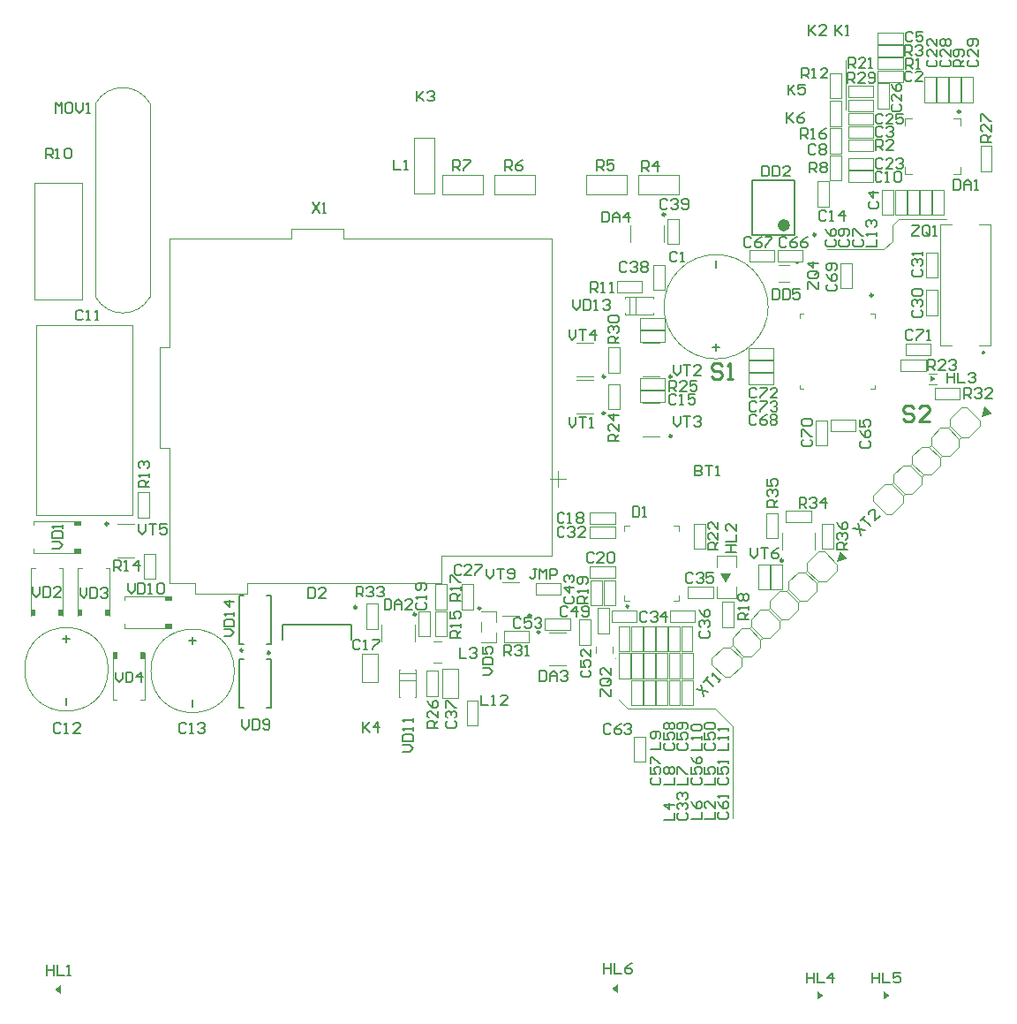
<source format=gto>
G04 Layer_Color=65535*
%FSAX44Y44*%
%MOMM*%
G71*
G01*
G75*
%ADD46C,0.2500*%
%ADD47C,0.3000*%
%ADD49C,0.2540*%
%ADD52C,0.6000*%
%ADD57C,0.1500*%
%ADD69C,0.2000*%
%ADD70C,0.1000*%
G36*
X00634663Y02135000D02*
X00628163D01*
Y02139250D01*
X00634663D01*
Y02135000D01*
D02*
G37*
G36*
X00609163Y02106000D02*
X00604913D01*
Y02112500D01*
X00609163D01*
Y02106000D01*
D02*
G37*
G36*
X00530163Y02147100D02*
X00525913D01*
Y02153600D01*
X00530163D01*
Y02147100D01*
D02*
G37*
G36*
X00503413D02*
X00499163D01*
Y02153600D01*
X00503413D01*
Y02147100D01*
D02*
G37*
G36*
X00582413Y02106000D02*
X00578163D01*
Y02112500D01*
X00582413D01*
Y02106000D01*
D02*
G37*
G36*
X01323663Y01783500D02*
X01317663Y01779500D01*
Y01787500D01*
X01323663Y01783500D01*
D02*
G37*
G36*
X01259663D02*
X01253663Y01779500D01*
Y01787500D01*
X01259663Y01783500D01*
D02*
G37*
G36*
X01062413Y01786000D02*
X01056413Y01790000D01*
X01062413Y01794000D01*
Y01786000D01*
D02*
G37*
G36*
X00528413Y01785000D02*
X00522413Y01789000D01*
X00528413Y01793000D01*
Y01785000D01*
D02*
G37*
G36*
X00547663Y02233750D02*
X00541163D01*
Y02238000D01*
X00547663D01*
Y02233750D01*
D02*
G37*
G36*
Y02207000D02*
X00541163D01*
Y02211250D01*
X00547663D01*
Y02207000D01*
D02*
G37*
G36*
X01367163Y02374500D02*
X01362663Y02371750D01*
Y02377250D01*
X01367163Y02374500D01*
D02*
G37*
G36*
X01421199Y02340965D02*
X01411299Y02338136D01*
X01414128Y02348035D01*
X01421199Y02340965D01*
D02*
G37*
G36*
X01282641Y02202051D02*
X01272741Y02199222D01*
X01275570Y02209122D01*
X01282641Y02202051D01*
D02*
G37*
G36*
X00575163Y02147100D02*
X00570913D01*
Y02153600D01*
X00575163D01*
Y02147100D01*
D02*
G37*
G36*
X00548413D02*
X00544163D01*
Y02153600D01*
X00548413D01*
Y02147100D01*
D02*
G37*
G36*
X01166163Y02179000D02*
X01161063Y02187500D01*
X01171263D01*
X01166163Y02179000D01*
D02*
G37*
G36*
X00634663Y02161750D02*
X00628163D01*
Y02166000D01*
X00634663D01*
Y02161750D01*
D02*
G37*
D46*
X01390913Y02630500D02*
G03*
X01390913Y02630500I-00001250J00000000D01*
G01*
X01306913Y02454500D02*
G03*
X01306913Y02454500I-00001250J00000000D01*
G01*
X01072663Y02156500D02*
G03*
X01072663Y02156500I-00001000J00000000D01*
G01*
X01252163Y02512500D02*
G03*
X01252163Y02512500I-00001250J00000000D01*
G01*
X01114163Y02376500D02*
G03*
X01114163Y02376500I-00001250J00000000D01*
G01*
Y02319500D02*
G03*
X01114163Y02319500I-00001250J00000000D01*
G01*
X01050163Y02376500D02*
G03*
X01050163Y02376500I-00001250J00000000D01*
G01*
Y02341500D02*
G03*
X01050163Y02341500I-00001250J00000000D01*
G01*
X00987663Y02131500D02*
G03*
X00987663Y02131500I-00001250J00000000D01*
G01*
X00979163Y02147500D02*
G03*
X00979163Y02147500I-00001250J00000000D01*
G01*
X00930913Y02154500D02*
G03*
X00930913Y02154500I-00001250J00000000D01*
G01*
X00868913Y02148750D02*
G03*
X00868913Y02148750I-00001250J00000000D01*
G01*
X00728913Y02111750D02*
G03*
X00728913Y02111750I-00001250J00000000D01*
G01*
X00702913Y02114250D02*
G03*
X00702913Y02114250I-00001250J00000000D01*
G01*
X00573663Y02235500D02*
G03*
X00573663Y02235500I-00001250J00000000D01*
G01*
X01220913Y02200250D02*
G03*
X01220913Y02200250I-00001250J00000000D01*
G01*
X00811913Y02155500D02*
G03*
X00811913Y02155500I-00001250J00000000D01*
G01*
X01107913Y02531750D02*
G03*
X01107913Y02531750I-00001250J00000000D01*
G01*
D47*
X01413163Y02399500D02*
G03*
X01413163Y02399500I-00000500J00000000D01*
G01*
D49*
X01345820Y02346196D02*
X01343280Y02348735D01*
X01338202D01*
X01335663Y02346196D01*
Y02343657D01*
X01338202Y02341118D01*
X01343280D01*
X01345820Y02338578D01*
Y02336039D01*
X01343280Y02333500D01*
X01338202D01*
X01335663Y02336039D01*
X01361055Y02333500D02*
X01350898D01*
X01361055Y02343657D01*
Y02346196D01*
X01358516Y02348735D01*
X01353437D01*
X01350898Y02346196D01*
X01162820Y02387196D02*
X01160281Y02389735D01*
X01155202D01*
X01152663Y02387196D01*
Y02384657D01*
X01155202Y02382118D01*
X01160281D01*
X01162820Y02379578D01*
Y02377039D01*
X01160281Y02374500D01*
X01155202D01*
X01152663Y02377039D01*
X01167898Y02374500D02*
X01172976D01*
X01170437D01*
Y02389735D01*
X01167898Y02387196D01*
D52*
X01224663Y02521500D02*
G03*
X01224663Y02521500I-00003000J00000000D01*
G01*
D57*
X01231663Y02512500D02*
Y02564500D01*
X01191663Y02512500D02*
Y02564500D01*
Y02512500D02*
X01231663D01*
X01191663Y02564500D02*
X01231663D01*
X00699663Y02059500D02*
X00703413D01*
X00699663Y02105500D02*
X00703413D01*
X00725913Y02059500D02*
X00729663D01*
X00725913Y02105500D02*
X00729663D01*
X00699663Y02059500D02*
Y02105500D01*
X00729663Y02059500D02*
Y02105500D01*
X00725913Y02166500D02*
X00729663D01*
X00725913Y02120500D02*
X00729663D01*
X00699663Y02166500D02*
X00703413D01*
X00699663Y02120500D02*
X00703413D01*
X00729663D02*
Y02166500D01*
X00699663Y02120500D02*
Y02166500D01*
X00740663Y02138500D02*
X00806663D01*
X00740663Y02124500D02*
Y02138500D01*
X00806663Y02124500D02*
Y02138500D01*
X01236663Y02250500D02*
Y02260497D01*
X01241661D01*
X01243327Y02258831D01*
Y02255498D01*
X01241661Y02253832D01*
X01236663D01*
X01239995D02*
X01243327Y02250500D01*
X01246660Y02258831D02*
X01248326Y02260497D01*
X01251658D01*
X01253324Y02258831D01*
Y02257164D01*
X01251658Y02255498D01*
X01249992D01*
X01251658D01*
X01253324Y02253832D01*
Y02252166D01*
X01251658Y02250500D01*
X01248326D01*
X01246660Y02252166D01*
X01261655Y02250500D02*
Y02260497D01*
X01256657Y02255498D01*
X01263321D01*
X01378663Y02380497D02*
Y02370500D01*
Y02375498D01*
X01385327D01*
Y02380497D01*
Y02370500D01*
X01388660Y02380497D02*
Y02370500D01*
X01395324D01*
X01398657Y02378831D02*
X01400323Y02380497D01*
X01403655D01*
X01405321Y02378831D01*
Y02377164D01*
X01403655Y02375498D01*
X01401989D01*
X01403655D01*
X01405321Y02373832D01*
Y02372166D01*
X01403655Y02370500D01*
X01400323D01*
X01398657Y02372166D01*
X01244666Y02460500D02*
Y02467164D01*
X01246332D01*
X01252997Y02460500D01*
X01254663D01*
Y02467164D01*
X01252997Y02477161D02*
X01246332D01*
X01244666Y02475495D01*
Y02472163D01*
X01246332Y02470497D01*
X01252997D01*
X01254663Y02472163D01*
Y02475495D01*
X01251331Y02473829D02*
X01254663Y02477161D01*
Y02475495D02*
X01252997Y02477161D01*
X01254663Y02485492D02*
X01244666D01*
X01249665Y02480494D01*
Y02487158D01*
X01045666Y02070500D02*
Y02077164D01*
X01047332D01*
X01053997Y02070500D01*
X01055663D01*
Y02077164D01*
X01053997Y02087161D02*
X01047332D01*
X01045666Y02085495D01*
Y02082163D01*
X01047332Y02080497D01*
X01053997D01*
X01055663Y02082163D01*
Y02085495D01*
X01052331Y02083829D02*
X01055663Y02087161D01*
Y02085495D02*
X01053997Y02087161D01*
X01055663Y02097158D02*
Y02090494D01*
X01048998Y02097158D01*
X01047332D01*
X01045666Y02095492D01*
Y02092160D01*
X01047332Y02090494D01*
X01344913Y02521747D02*
X01351577D01*
Y02520081D01*
X01344913Y02513416D01*
Y02511750D01*
X01351577D01*
X01361574Y02513416D02*
Y02520081D01*
X01359908Y02521747D01*
X01356576D01*
X01354910Y02520081D01*
Y02513416D01*
X01356576Y02511750D01*
X01359908D01*
X01358242Y02515082D02*
X01361574Y02511750D01*
X01359908D02*
X01361574Y02513416D01*
X01364907Y02511750D02*
X01368239D01*
X01366573D01*
Y02521747D01*
X01364907Y02520081D01*
X01287968Y02231383D02*
X01299749Y02229027D01*
X01292680Y02236096D02*
X01295037Y02224315D01*
Y02238452D02*
X01299749Y02243165D01*
X01297393Y02240808D01*
X01304462Y02233740D01*
X01313887Y02243165D02*
X01309174Y02238452D01*
Y02247877D01*
X01307996Y02249055D01*
X01305640Y02249055D01*
X01303284Y02246699D01*
Y02244343D01*
X01137568Y02076898D02*
X01149350Y02074541D01*
X01142281Y02081610D02*
X01144637Y02069829D01*
Y02083966D02*
X01149350Y02088679D01*
X01146993Y02086323D01*
X01154062Y02079254D01*
X01158775Y02083966D02*
X01161131Y02086323D01*
X01159953Y02085145D01*
X01152884Y02092213D01*
Y02089857D01*
X00936663Y02192497D02*
Y02185832D01*
X00939995Y02182500D01*
X00943327Y02185832D01*
Y02192497D01*
X00946660D02*
X00953324D01*
X00949992D01*
Y02182500D01*
X00956657Y02184166D02*
X00958323Y02182500D01*
X00961655D01*
X00963321Y02184166D01*
Y02190831D01*
X00961655Y02192497D01*
X00958323D01*
X00956657Y02190831D01*
Y02189164D01*
X00958323Y02187498D01*
X00963321D01*
X00602913Y02235497D02*
Y02228832D01*
X00606245Y02225500D01*
X00609577Y02228832D01*
Y02235497D01*
X00612910D02*
X00619574D01*
X00616242D01*
Y02225500D01*
X00629571Y02235497D02*
X00622907D01*
Y02230498D01*
X00626239Y02232164D01*
X00627905D01*
X00629571Y02230498D01*
Y02227166D01*
X00627905Y02225500D01*
X00624573D01*
X00622907Y02227166D01*
X01015663Y02421497D02*
Y02414832D01*
X01018995Y02411500D01*
X01022327Y02414832D01*
Y02421497D01*
X01025660D02*
X01032324D01*
X01028992D01*
Y02411500D01*
X01040655D02*
Y02421497D01*
X01035657Y02416498D01*
X01042321D01*
X01115663Y02338497D02*
Y02331832D01*
X01118995Y02328500D01*
X01122327Y02331832D01*
Y02338497D01*
X01125660D02*
X01132324D01*
X01128992D01*
Y02328500D01*
X01135657Y02336831D02*
X01137323Y02338497D01*
X01140655D01*
X01142321Y02336831D01*
Y02335164D01*
X01140655Y02333498D01*
X01138989D01*
X01140655D01*
X01142321Y02331832D01*
Y02330166D01*
X01140655Y02328500D01*
X01137323D01*
X01135657Y02330166D01*
X01115663Y02387497D02*
Y02380832D01*
X01118995Y02377500D01*
X01122327Y02380832D01*
Y02387497D01*
X01125660D02*
X01132324D01*
X01128992D01*
Y02377500D01*
X01142321D02*
X01135657D01*
X01142321Y02384164D01*
Y02385831D01*
X01140655Y02387497D01*
X01137323D01*
X01135657Y02385831D01*
X01015663Y02337497D02*
Y02330832D01*
X01018995Y02327500D01*
X01022327Y02330832D01*
Y02337497D01*
X01025660D02*
X01032324D01*
X01028992D01*
Y02327500D01*
X01035657D02*
X01038989D01*
X01037323D01*
Y02337497D01*
X01035657Y02335831D01*
X00684666Y02127500D02*
X00691331D01*
X00694663Y02130832D01*
X00691331Y02134164D01*
X00684666D01*
Y02137497D02*
X00694663D01*
Y02142495D01*
X00692997Y02144161D01*
X00686332D01*
X00684666Y02142495D01*
Y02137497D01*
X00694663Y02147494D02*
Y02150826D01*
Y02149160D01*
X00684666D01*
X00686332Y02147494D01*
X00694663Y02160823D02*
X00684666D01*
X00689665Y02155824D01*
Y02162489D01*
X01019663Y02450497D02*
Y02443832D01*
X01022995Y02440500D01*
X01026328Y02443832D01*
Y02450497D01*
X01029660D02*
Y02440500D01*
X01034658D01*
X01036324Y02442166D01*
Y02448831D01*
X01034658Y02450497D01*
X01029660D01*
X01039657Y02440500D02*
X01042989D01*
X01041323D01*
Y02450497D01*
X01039657Y02448831D01*
X01047987D02*
X01049653Y02450497D01*
X01052986D01*
X01054652Y02448831D01*
Y02447164D01*
X01052986Y02445498D01*
X01051320D01*
X01052986D01*
X01054652Y02443832D01*
Y02442166D01*
X01052986Y02440500D01*
X01049653D01*
X01047987Y02442166D01*
X00856416Y02017000D02*
X00863081D01*
X00866413Y02020332D01*
X00863081Y02023665D01*
X00856416D01*
Y02026997D02*
X00866413D01*
Y02031995D01*
X00864747Y02033661D01*
X00858082D01*
X00856416Y02031995D01*
Y02026997D01*
X00866413Y02036994D02*
Y02040326D01*
Y02038660D01*
X00856416D01*
X00858082Y02036994D01*
X00866413Y02045324D02*
Y02048656D01*
Y02046990D01*
X00856416D01*
X00858082Y02045324D01*
X00592413Y02178247D02*
Y02171582D01*
X00595745Y02168250D01*
X00599077Y02171582D01*
Y02178247D01*
X00602410D02*
Y02168250D01*
X00607408D01*
X00609074Y02169916D01*
Y02176581D01*
X00607408Y02178247D01*
X00602410D01*
X00612407Y02168250D02*
X00615739D01*
X00614073D01*
Y02178247D01*
X00612407Y02176581D01*
X00620737D02*
X00622403Y02178247D01*
X00625736D01*
X00627402Y02176581D01*
Y02169916D01*
X00625736Y02168250D01*
X00622403D01*
X00620737Y02169916D01*
Y02176581D01*
X00701913Y02047997D02*
Y02041332D01*
X00705245Y02038000D01*
X00708577Y02041332D01*
Y02047997D01*
X00711910D02*
Y02038000D01*
X00716908D01*
X00718574Y02039666D01*
Y02046331D01*
X00716908Y02047997D01*
X00711910D01*
X00721907Y02039666D02*
X00723573Y02038000D01*
X00726905D01*
X00728571Y02039666D01*
Y02046331D01*
X00726905Y02047997D01*
X00723573D01*
X00721907Y02046331D01*
Y02044664D01*
X00723573Y02042998D01*
X00728571D01*
X00932666Y02090750D02*
X00939331D01*
X00942663Y02094082D01*
X00939331Y02097415D01*
X00932666D01*
Y02100747D02*
X00942663D01*
Y02105745D01*
X00940997Y02107411D01*
X00934332D01*
X00932666Y02105745D01*
Y02100747D01*
Y02117408D02*
Y02110744D01*
X00937665D01*
X00935999Y02114076D01*
Y02115742D01*
X00937665Y02117408D01*
X00940997D01*
X00942663Y02115742D01*
Y02112410D01*
X00940997Y02110744D01*
X00580663Y02093497D02*
Y02086832D01*
X00583995Y02083500D01*
X00587327Y02086832D01*
Y02093497D01*
X00590660D02*
Y02083500D01*
X00595658D01*
X00597324Y02085166D01*
Y02091831D01*
X00595658Y02093497D01*
X00590660D01*
X00605655Y02083500D02*
Y02093497D01*
X00600657Y02088498D01*
X00607321D01*
X00546663Y02174497D02*
Y02167832D01*
X00549995Y02164500D01*
X00553327Y02167832D01*
Y02174497D01*
X00556660D02*
Y02164500D01*
X00561658D01*
X00563324Y02166166D01*
Y02172831D01*
X00561658Y02174497D01*
X00556660D01*
X00566657Y02172831D02*
X00568323Y02174497D01*
X00571655D01*
X00573321Y02172831D01*
Y02171165D01*
X00571655Y02169498D01*
X00569989D01*
X00571655D01*
X00573321Y02167832D01*
Y02166166D01*
X00571655Y02164500D01*
X00568323D01*
X00566657Y02166166D01*
X00501663Y02175097D02*
Y02168432D01*
X00504995Y02165100D01*
X00508327Y02168432D01*
Y02175097D01*
X00511660D02*
Y02165100D01*
X00516658D01*
X00518324Y02166766D01*
Y02173431D01*
X00516658Y02175097D01*
X00511660D01*
X00528321Y02165100D02*
X00521657D01*
X00528321Y02171765D01*
Y02173431D01*
X00526655Y02175097D01*
X00523323D01*
X00521657Y02173431D01*
X00519666Y02211500D02*
X00526331D01*
X00529663Y02214832D01*
X00526331Y02218165D01*
X00519666D01*
Y02221497D02*
X00529663D01*
Y02226495D01*
X00527997Y02228161D01*
X00521332D01*
X00519666Y02226495D01*
Y02221497D01*
X00529663Y02231494D02*
Y02234826D01*
Y02233160D01*
X00519666D01*
X00521332Y02231494D01*
X00811663Y02165500D02*
Y02175497D01*
X00816661D01*
X00818327Y02173831D01*
Y02170498D01*
X00816661Y02168832D01*
X00811663D01*
X00814995D02*
X00818327Y02165500D01*
X00821660Y02173831D02*
X00823326Y02175497D01*
X00826658D01*
X00828324Y02173831D01*
Y02172164D01*
X00826658Y02170498D01*
X00824992D01*
X00826658D01*
X00828324Y02168832D01*
Y02167166D01*
X00826658Y02165500D01*
X00823326D01*
X00821660Y02167166D01*
X00831657Y02173831D02*
X00833323Y02175497D01*
X00836655D01*
X00838321Y02173831D01*
Y02172164D01*
X00836655Y02170498D01*
X00834989D01*
X00836655D01*
X00838321Y02168832D01*
Y02167166D01*
X00836655Y02165500D01*
X00833323D01*
X00831657Y02167166D01*
X01394663Y02355500D02*
Y02365497D01*
X01399661D01*
X01401328Y02363831D01*
Y02360498D01*
X01399661Y02358832D01*
X01394663D01*
X01397995D02*
X01401328Y02355500D01*
X01404660Y02363831D02*
X01406326Y02365497D01*
X01409658D01*
X01411324Y02363831D01*
Y02362164D01*
X01409658Y02360498D01*
X01407992D01*
X01409658D01*
X01411324Y02358832D01*
Y02357166D01*
X01409658Y02355500D01*
X01406326D01*
X01404660Y02357166D01*
X01421321Y02355500D02*
X01414657D01*
X01421321Y02362164D01*
Y02363831D01*
X01419655Y02365497D01*
X01416323D01*
X01414657Y02363831D01*
X01063663Y02408500D02*
X01053666D01*
Y02413498D01*
X01055332Y02415164D01*
X01058665D01*
X01060331Y02413498D01*
Y02408500D01*
Y02411832D02*
X01063663Y02415164D01*
X01055332Y02418497D02*
X01053666Y02420163D01*
Y02423495D01*
X01055332Y02425161D01*
X01056999D01*
X01058665Y02423495D01*
Y02421829D01*
Y02423495D01*
X01060331Y02425161D01*
X01061997D01*
X01063663Y02423495D01*
Y02420163D01*
X01061997Y02418497D01*
X01055332Y02428493D02*
X01053666Y02430160D01*
Y02433492D01*
X01055332Y02435158D01*
X01061997D01*
X01063663Y02433492D01*
Y02430160D01*
X01061997Y02428493D01*
X01055332D01*
X01420663Y02601500D02*
X01410666D01*
Y02606498D01*
X01412332Y02608164D01*
X01415665D01*
X01417331Y02606498D01*
Y02601500D01*
Y02604832D02*
X01420663Y02608164D01*
Y02618161D02*
Y02611497D01*
X01413999Y02618161D01*
X01412332D01*
X01410666Y02616495D01*
Y02613163D01*
X01412332Y02611497D01*
X01410666Y02621494D02*
Y02628158D01*
X01412332D01*
X01418997Y02621494D01*
X01420663D01*
X00889663Y02039500D02*
X00879666D01*
Y02044498D01*
X00881332Y02046165D01*
X00884665D01*
X00886331Y02044498D01*
Y02039500D01*
Y02042832D02*
X00889663Y02046165D01*
Y02056161D02*
Y02049497D01*
X00882999Y02056161D01*
X00881332D01*
X00879666Y02054495D01*
Y02051163D01*
X00881332Y02049497D01*
X00879666Y02066158D02*
X00881332Y02062826D01*
X00884665Y02059494D01*
X00887997D01*
X00889663Y02061160D01*
Y02064492D01*
X00887997Y02066158D01*
X00886331D01*
X00884665Y02064492D01*
Y02059494D01*
X01111663Y02362500D02*
Y02372497D01*
X01116661D01*
X01118327Y02370831D01*
Y02367498D01*
X01116661Y02365832D01*
X01111663D01*
X01114995D02*
X01118327Y02362500D01*
X01128324D02*
X01121660D01*
X01128324Y02369164D01*
Y02370831D01*
X01126658Y02372497D01*
X01123326D01*
X01121660Y02370831D01*
X01138321Y02372497D02*
X01131657D01*
Y02367498D01*
X01134989Y02369164D01*
X01136655D01*
X01138321Y02367498D01*
Y02364166D01*
X01136655Y02362500D01*
X01133323D01*
X01131657Y02364166D01*
X01063663Y02314500D02*
X01053666D01*
Y02319498D01*
X01055332Y02321164D01*
X01058665D01*
X01060331Y02319498D01*
Y02314500D01*
Y02317832D02*
X01063663Y02321164D01*
Y02331161D02*
Y02324497D01*
X01056999Y02331161D01*
X01055332D01*
X01053666Y02329495D01*
Y02326163D01*
X01055332Y02324497D01*
X01063663Y02339492D02*
X01053666D01*
X01058665Y02334494D01*
Y02341158D01*
X01359913Y02382500D02*
Y02392497D01*
X01364911D01*
X01366577Y02390831D01*
Y02387498D01*
X01364911Y02385832D01*
X01359913D01*
X01363245D02*
X01366577Y02382500D01*
X01376574D02*
X01369910D01*
X01376574Y02389164D01*
Y02390831D01*
X01374908Y02392497D01*
X01371576D01*
X01369910Y02390831D01*
X01379907D02*
X01381573Y02392497D01*
X01384905D01*
X01386571Y02390831D01*
Y02389164D01*
X01384905Y02387498D01*
X01383239D01*
X01384905D01*
X01386571Y02385832D01*
Y02384166D01*
X01384905Y02382500D01*
X01381573D01*
X01379907Y02384166D01*
X01158663Y02210500D02*
X01148666D01*
Y02215498D01*
X01150332Y02217164D01*
X01153665D01*
X01155331Y02215498D01*
Y02210500D01*
Y02213832D02*
X01158663Y02217164D01*
Y02227161D02*
Y02220497D01*
X01151999Y02227161D01*
X01150332D01*
X01148666Y02225495D01*
Y02222163D01*
X01150332Y02220497D01*
X01158663Y02237158D02*
Y02230494D01*
X01151999Y02237158D01*
X01150332D01*
X01148666Y02235492D01*
Y02232160D01*
X01150332Y02230494D01*
X01033663Y02159500D02*
X01023666D01*
Y02164498D01*
X01025332Y02166165D01*
X01028665D01*
X01030331Y02164498D01*
Y02159500D01*
Y02162832D02*
X01033663Y02166165D01*
Y02169497D02*
Y02172829D01*
Y02171163D01*
X01023666D01*
X01025332Y02169497D01*
X01031997Y02177827D02*
X01033663Y02179494D01*
Y02182826D01*
X01031997Y02184492D01*
X01025332D01*
X01023666Y02182826D01*
Y02179494D01*
X01025332Y02177827D01*
X01026999D01*
X01028665Y02179494D01*
Y02184492D01*
X01187663Y02143500D02*
X01177666D01*
Y02148498D01*
X01179332Y02150164D01*
X01182665D01*
X01184331Y02148498D01*
Y02143500D01*
Y02146832D02*
X01187663Y02150164D01*
Y02153497D02*
Y02156829D01*
Y02155163D01*
X01177666D01*
X01179332Y02153497D01*
Y02161827D02*
X01177666Y02163494D01*
Y02166826D01*
X01179332Y02168492D01*
X01180999D01*
X01182665Y02166826D01*
X01184331Y02168492D01*
X01185997D01*
X01187663Y02166826D01*
Y02163494D01*
X01185997Y02161827D01*
X01184331D01*
X01182665Y02163494D01*
X01180999Y02161827D01*
X01179332D01*
X01182665Y02163494D02*
Y02166826D01*
X00911663Y02161500D02*
X00901666D01*
Y02166498D01*
X00903332Y02168165D01*
X00906665D01*
X00908331Y02166498D01*
Y02161500D01*
Y02164832D02*
X00911663Y02168165D01*
Y02171497D02*
Y02174829D01*
Y02173163D01*
X00901666D01*
X00903332Y02171497D01*
X00901666Y02179827D02*
Y02186492D01*
X00903332D01*
X00909997Y02179827D01*
X00911663D01*
Y02126500D02*
X00901666D01*
Y02131498D01*
X00903332Y02133165D01*
X00906665D01*
X00908331Y02131498D01*
Y02126500D01*
Y02129832D02*
X00911663Y02133165D01*
Y02136497D02*
Y02139829D01*
Y02138163D01*
X00901666D01*
X00903332Y02136497D01*
X00901666Y02151492D02*
Y02144827D01*
X00906665D01*
X00904998Y02148160D01*
Y02149826D01*
X00906665Y02151492D01*
X00909997D01*
X00911663Y02149826D01*
Y02146494D01*
X00909997Y02144827D01*
X00579163Y02190500D02*
Y02200497D01*
X00584161D01*
X00585828Y02198831D01*
Y02195498D01*
X00584161Y02193832D01*
X00579163D01*
X00582495D02*
X00585828Y02190500D01*
X00589160D02*
X00592492D01*
X00590826D01*
Y02200497D01*
X00589160Y02198831D01*
X00602489Y02190500D02*
Y02200497D01*
X00597491Y02195498D01*
X00604155D01*
X00613163Y02270500D02*
X00603166D01*
Y02275498D01*
X00604832Y02277164D01*
X00608165D01*
X00609831Y02275498D01*
Y02270500D01*
Y02273832D02*
X00613163Y02277164D01*
Y02280497D02*
Y02283829D01*
Y02282163D01*
X00603166D01*
X00604832Y02280497D01*
Y02288827D02*
X00603166Y02290494D01*
Y02293826D01*
X00604832Y02295492D01*
X00606499D01*
X00608165Y02293826D01*
Y02292160D01*
Y02293826D01*
X00609831Y02295492D01*
X00611497D01*
X00613163Y02293826D01*
Y02290494D01*
X00611497Y02288827D01*
X01036663Y02457500D02*
Y02467497D01*
X01041661D01*
X01043327Y02465831D01*
Y02462498D01*
X01041661Y02460832D01*
X01036663D01*
X01039995D02*
X01043327Y02457500D01*
X01046660D02*
X01049992D01*
X01048326D01*
Y02467497D01*
X01046660Y02465831D01*
X01054990Y02457500D02*
X01058323D01*
X01056657D01*
Y02467497D01*
X01054990Y02465831D01*
X00513663Y02585500D02*
Y02595497D01*
X00518661D01*
X00520327Y02593831D01*
Y02590498D01*
X00518661Y02588832D01*
X00513663D01*
X00516995D02*
X00520327Y02585500D01*
X00523660D02*
X00526992D01*
X00525326D01*
Y02595497D01*
X00523660Y02593831D01*
X00531991D02*
X00533657Y02595497D01*
X00536989D01*
X00538655Y02593831D01*
Y02587166D01*
X00536989Y02585500D01*
X00533657D01*
X00531991Y02587166D01*
Y02593831D01*
X01394663Y02673500D02*
X01384666D01*
Y02678499D01*
X01386332Y02680164D01*
X01389665D01*
X01391331Y02678499D01*
Y02673500D01*
Y02676832D02*
X01394663Y02680164D01*
X01392997Y02683497D02*
X01394663Y02685163D01*
Y02688495D01*
X01392997Y02690161D01*
X01386332D01*
X01384666Y02688495D01*
Y02685163D01*
X01386332Y02683497D01*
X01387999D01*
X01389665Y02685163D01*
Y02690161D01*
X01246413Y02572000D02*
Y02581997D01*
X01251411D01*
X01253077Y02580331D01*
Y02576998D01*
X01251411Y02575332D01*
X01246413D01*
X01249745D02*
X01253077Y02572000D01*
X01256410Y02580331D02*
X01258076Y02581997D01*
X01261408D01*
X01263074Y02580331D01*
Y02578665D01*
X01261408Y02576998D01*
X01263074Y02575332D01*
Y02573666D01*
X01261408Y02572000D01*
X01258076D01*
X01256410Y02573666D01*
Y02575332D01*
X01258076Y02576998D01*
X01256410Y02578665D01*
Y02580331D01*
X01258076Y02576998D02*
X01261408D01*
X00904248Y02573850D02*
Y02583847D01*
X00909246D01*
X00910912Y02582181D01*
Y02578848D01*
X00909246Y02577182D01*
X00904248D01*
X00907580D02*
X00910912Y02573850D01*
X00914245Y02583847D02*
X00920909D01*
Y02582181D01*
X00914245Y02575516D01*
Y02573850D01*
X00954286D02*
Y02583847D01*
X00959284D01*
X00960950Y02582181D01*
Y02578848D01*
X00959284Y02577182D01*
X00954286D01*
X00957618D02*
X00960950Y02573850D01*
X00970947Y02583847D02*
X00967615Y02582181D01*
X00964283Y02578848D01*
Y02575516D01*
X00965949Y02573850D01*
X00969281D01*
X00970947Y02575516D01*
Y02577182D01*
X00969281Y02578848D01*
X00964283D01*
X01042070Y02573850D02*
Y02583847D01*
X01047068D01*
X01048735Y02582181D01*
Y02578848D01*
X01047068Y02577182D01*
X01042070D01*
X01045402D02*
X01048735Y02573850D01*
X01058731Y02583847D02*
X01052067D01*
Y02578848D01*
X01055399Y02580515D01*
X01057065D01*
X01058731Y02578848D01*
Y02575516D01*
X01057065Y02573850D01*
X01053733D01*
X01052067Y02575516D01*
X01085663Y02573500D02*
Y02583497D01*
X01090661D01*
X01092327Y02581831D01*
Y02578499D01*
X01090661Y02576832D01*
X01085663D01*
X01088995D02*
X01092327Y02573500D01*
X01100658D02*
Y02583497D01*
X01095660Y02578499D01*
X01102324D01*
X01337663Y02684000D02*
Y02693997D01*
X01342661D01*
X01344328Y02692331D01*
Y02688998D01*
X01342661Y02687332D01*
X01337663D01*
X01340995D02*
X01344328Y02684000D01*
X01347660Y02692331D02*
X01349326Y02693997D01*
X01352658D01*
X01354324Y02692331D01*
Y02690664D01*
X01352658Y02688998D01*
X01350992D01*
X01352658D01*
X01354324Y02687332D01*
Y02685666D01*
X01352658Y02684000D01*
X01349326D01*
X01347660Y02685666D01*
X01309913Y02593500D02*
Y02603497D01*
X01314911D01*
X01316577Y02601831D01*
Y02598499D01*
X01314911Y02596832D01*
X01309913D01*
X01313245D02*
X01316577Y02593500D01*
X01326574D02*
X01319910D01*
X01326574Y02600164D01*
Y02601831D01*
X01324908Y02603497D01*
X01321576D01*
X01319910Y02601831D01*
X01338413Y02671500D02*
Y02681497D01*
X01343411D01*
X01345078Y02679831D01*
Y02676498D01*
X01343411Y02674832D01*
X01338413D01*
X01341745D02*
X01345078Y02671500D01*
X01348410D02*
X01351742D01*
X01350076D01*
Y02681497D01*
X01348410Y02679831D01*
X00522913Y02629000D02*
Y02638997D01*
X00526245Y02635664D01*
X00529577Y02638997D01*
Y02629000D01*
X00537908Y02638997D02*
X00534576D01*
X00532910Y02637331D01*
Y02630666D01*
X00534576Y02629000D01*
X00537908D01*
X00539574Y02630666D01*
Y02637331D01*
X00537908Y02638997D01*
X00542907D02*
Y02632332D01*
X00546239Y02629000D01*
X00549571Y02632332D01*
Y02638997D01*
X00552903Y02629000D02*
X00556236D01*
X00554570D01*
Y02638997D01*
X00552903Y02637331D01*
X01300666Y02501500D02*
X01310663D01*
Y02508165D01*
Y02511497D02*
Y02514829D01*
Y02513163D01*
X01300666D01*
X01302332Y02511497D01*
Y02519827D02*
X01300666Y02521494D01*
Y02524826D01*
X01302332Y02526492D01*
X01303999D01*
X01305665Y02524826D01*
Y02523160D01*
Y02524826D01*
X01307331Y02526492D01*
X01308997D01*
X01310663Y02524826D01*
Y02521494D01*
X01308997Y02519827D01*
X01158666Y02018500D02*
X01168663D01*
Y02025164D01*
Y02028497D02*
Y02031829D01*
Y02030163D01*
X01158666D01*
X01160332Y02028497D01*
X01168663Y02036827D02*
Y02040160D01*
Y02038494D01*
X01158666D01*
X01160332Y02036827D01*
X01132666Y02018500D02*
X01142663D01*
Y02025164D01*
Y02028497D02*
Y02031829D01*
Y02030163D01*
X01132666D01*
X01134332Y02028497D01*
Y02036827D02*
X01132666Y02038494D01*
Y02041826D01*
X01134332Y02043492D01*
X01140997D01*
X01142663Y02041826D01*
Y02038494D01*
X01140997Y02036827D01*
X01134332D01*
X01093666Y02019500D02*
X01103663D01*
Y02026165D01*
X01101997Y02029497D02*
X01103663Y02031163D01*
Y02034495D01*
X01101997Y02036161D01*
X01095332D01*
X01093666Y02034495D01*
Y02031163D01*
X01095332Y02029497D01*
X01096999D01*
X01098665Y02031163D01*
Y02036161D01*
X01106666Y01985500D02*
X01116663D01*
Y01992164D01*
X01108332Y01995497D02*
X01106666Y01997163D01*
Y02000495D01*
X01108332Y02002161D01*
X01109998D01*
X01111665Y02000495D01*
X01113331Y02002161D01*
X01114997D01*
X01116663Y02000495D01*
Y01997163D01*
X01114997Y01995497D01*
X01113331D01*
X01111665Y01997163D01*
X01109998Y01995497D01*
X01108332D01*
X01111665Y01997163D02*
Y02000495D01*
X01119666Y01985500D02*
X01129663D01*
Y01992164D01*
X01119666Y01995497D02*
Y02002161D01*
X01121332D01*
X01127997Y01995497D01*
X01129663D01*
X01132666Y01952500D02*
X01142663D01*
Y01959164D01*
X01132666Y01969161D02*
X01134332Y01965829D01*
X01137665Y01962497D01*
X01140997D01*
X01142663Y01964163D01*
Y01967495D01*
X01140997Y01969161D01*
X01139331D01*
X01137665Y01967495D01*
Y01962497D01*
X01145666Y01985500D02*
X01155663D01*
Y01992164D01*
X01145666Y02002161D02*
Y01995497D01*
X01150665D01*
X01148998Y01998829D01*
Y02000495D01*
X01150665Y02002161D01*
X01153997D01*
X01155663Y02000495D01*
Y01997163D01*
X01153997Y01995497D01*
X01106666Y01951500D02*
X01116663D01*
Y01958165D01*
Y01966495D02*
X01106666D01*
X01111665Y01961497D01*
Y01968161D01*
X00910663Y02116497D02*
Y02106500D01*
X00917327D01*
X00920660Y02114831D02*
X00922326Y02116497D01*
X00925658D01*
X00927324Y02114831D01*
Y02113165D01*
X00925658Y02111498D01*
X00923992D01*
X00925658D01*
X00927324Y02109832D01*
Y02108166D01*
X00925658Y02106500D01*
X00922326D01*
X00920660Y02108166D01*
X01145666Y01952500D02*
X01155663D01*
Y01959164D01*
Y01969161D02*
Y01962497D01*
X01148998Y01969161D01*
X01147332D01*
X01145666Y01967495D01*
Y01964163D01*
X01147332Y01962497D01*
X00847663Y02584497D02*
Y02574500D01*
X00854327D01*
X00857660D02*
X00860992D01*
X00859326D01*
Y02584497D01*
X00857660Y02582831D01*
X00817663Y02045497D02*
Y02035500D01*
Y02038832D01*
X00824327Y02045497D01*
X00819329Y02040498D01*
X00824327Y02035500D01*
X00832658D02*
Y02045497D01*
X00827660Y02040498D01*
X00834324D01*
X00869582Y02650469D02*
Y02640472D01*
Y02643804D01*
X00876246Y02650469D01*
X00871248Y02645470D01*
X00876246Y02640472D01*
X00879579Y02648802D02*
X00881245Y02650469D01*
X00884577D01*
X00886243Y02648802D01*
Y02647137D01*
X00884577Y02645470D01*
X00882911D01*
X00884577D01*
X00886243Y02643804D01*
Y02642138D01*
X00884577Y02640472D01*
X00881245D01*
X00879579Y02642138D01*
X01270663Y02713747D02*
Y02703750D01*
Y02707082D01*
X01277327Y02713747D01*
X01272329Y02708748D01*
X01277327Y02703750D01*
X01280660D02*
X01283992D01*
X01282326D01*
Y02713747D01*
X01280660Y02712081D01*
X01245663Y02713747D02*
Y02703750D01*
Y02707082D01*
X01252327Y02713747D01*
X01247329Y02708748D01*
X01252327Y02703750D01*
X01262324D02*
X01255660D01*
X01262324Y02710414D01*
Y02712081D01*
X01260658Y02713747D01*
X01257326D01*
X01255660Y02712081D01*
X00984327Y02192497D02*
X00980995D01*
X00982661D01*
Y02184166D01*
X00980995Y02182500D01*
X00979329D01*
X00977663Y02184166D01*
X00987660Y02182500D02*
Y02192497D01*
X00990992Y02189165D01*
X00994324Y02192497D01*
Y02182500D01*
X00997657D02*
Y02192497D01*
X01002655D01*
X01004321Y02190831D01*
Y02187498D01*
X01002655Y02185832D01*
X00997657D01*
X01165666Y02208500D02*
X01175663D01*
X01170665D01*
Y02215164D01*
X01165666D01*
X01175663D01*
X01165666Y02218497D02*
X01175663D01*
Y02225161D01*
Y02235158D02*
Y02228494D01*
X01168998Y02235158D01*
X01167332D01*
X01165666Y02233492D01*
Y02230160D01*
X01167332Y02228494D01*
X00514663Y01812496D02*
Y01802500D01*
Y01807498D01*
X00521327D01*
Y01812496D01*
Y01802500D01*
X00524660Y01812496D02*
Y01802500D01*
X00531324D01*
X00534656D02*
X00537989D01*
X00536323D01*
Y01812496D01*
X00534656Y01810830D01*
X01210663Y02460497D02*
Y02450500D01*
X01215661D01*
X01217327Y02452166D01*
Y02458831D01*
X01215661Y02460497D01*
X01210663D01*
X01220660D02*
Y02450500D01*
X01225658D01*
X01227324Y02452166D01*
Y02458831D01*
X01225658Y02460497D01*
X01220660D01*
X01237321D02*
X01230657D01*
Y02455498D01*
X01233989Y02457165D01*
X01235655D01*
X01237321Y02455498D01*
Y02452166D01*
X01235655Y02450500D01*
X01232323D01*
X01230657Y02452166D01*
X01200663Y02578497D02*
Y02568500D01*
X01205661D01*
X01207327Y02570166D01*
Y02576831D01*
X01205661Y02578497D01*
X01200663D01*
X01210660D02*
Y02568500D01*
X01215658D01*
X01217324Y02570166D01*
Y02576831D01*
X01215658Y02578497D01*
X01210660D01*
X01227321Y02568500D02*
X01220657D01*
X01227321Y02575164D01*
Y02576831D01*
X01225655Y02578497D01*
X01222323D01*
X01220657Y02576831D01*
X00987663Y02094497D02*
Y02084500D01*
X00992661D01*
X00994327Y02086166D01*
Y02092831D01*
X00992661Y02094497D01*
X00987663D01*
X00997660Y02084500D02*
Y02091165D01*
X01000992Y02094497D01*
X01004324Y02091165D01*
Y02084500D01*
Y02089498D01*
X00997660D01*
X01007657Y02092831D02*
X01009323Y02094497D01*
X01012655D01*
X01014321Y02092831D01*
Y02091165D01*
X01012655Y02089498D01*
X01010989D01*
X01012655D01*
X01014321Y02087832D01*
Y02086166D01*
X01012655Y02084500D01*
X01009323D01*
X01007657Y02086166D01*
X00838663Y02163497D02*
Y02153500D01*
X00843661D01*
X00845328Y02155166D01*
Y02161831D01*
X00843661Y02163497D01*
X00838663D01*
X00848660Y02153500D02*
Y02160164D01*
X00851992Y02163497D01*
X00855324Y02160164D01*
Y02153500D01*
Y02158498D01*
X00848660D01*
X00865321Y02153500D02*
X00858657D01*
X00865321Y02160164D01*
Y02161831D01*
X00863655Y02163497D01*
X00860323D01*
X00858657Y02161831D01*
X01384663Y02565497D02*
Y02555500D01*
X01389661D01*
X01391328Y02557166D01*
Y02563831D01*
X01389661Y02565497D01*
X01384663D01*
X01394660Y02555500D02*
Y02562165D01*
X01397992Y02565497D01*
X01401324Y02562165D01*
Y02555500D01*
Y02560498D01*
X01394660D01*
X01404657Y02555500D02*
X01407989D01*
X01406323D01*
Y02565497D01*
X01404657Y02563831D01*
X01076663Y02252497D02*
Y02242500D01*
X01081661D01*
X01083327Y02244166D01*
Y02250831D01*
X01081661Y02252497D01*
X01076663D01*
X01086660Y02242500D02*
X01089992D01*
X01088326D01*
Y02252497D01*
X01086660Y02250831D01*
X01195405Y02351399D02*
X01193738Y02353065D01*
X01190406D01*
X01188740Y02351399D01*
Y02344734D01*
X01190406Y02343068D01*
X01193738D01*
X01195405Y02344734D01*
X01198737Y02353065D02*
X01205401D01*
Y02351399D01*
X01198737Y02344734D01*
Y02343068D01*
X01208734Y02351399D02*
X01210400Y02353065D01*
X01213732D01*
X01215398Y02351399D01*
Y02349733D01*
X01213732Y02348066D01*
X01212066D01*
X01213732D01*
X01215398Y02346400D01*
Y02344734D01*
X01213732Y02343068D01*
X01210400D01*
X01208734Y02344734D01*
X01195405Y02364337D02*
X01193738Y02366003D01*
X01190406D01*
X01188740Y02364337D01*
Y02357672D01*
X01190406Y02356006D01*
X01193738D01*
X01195405Y02357672D01*
X01198737Y02366003D02*
X01205401D01*
Y02364337D01*
X01198737Y02357672D01*
Y02356006D01*
X01215398D02*
X01208734D01*
X01215398Y02362670D01*
Y02364337D01*
X01213732Y02366003D01*
X01210400D01*
X01208734Y02364337D01*
X01345327Y02419831D02*
X01343661Y02421497D01*
X01340329D01*
X01338663Y02419831D01*
Y02413166D01*
X01340329Y02411500D01*
X01343661D01*
X01345327Y02413166D01*
X01348660Y02421497D02*
X01355324D01*
Y02419831D01*
X01348660Y02413166D01*
Y02411500D01*
X01358657D02*
X01361989D01*
X01360323D01*
Y02421497D01*
X01358657Y02419831D01*
X01240332Y02316165D02*
X01238666Y02314498D01*
Y02311166D01*
X01240332Y02309500D01*
X01246997D01*
X01248663Y02311166D01*
Y02314498D01*
X01246997Y02316165D01*
X01238666Y02319497D02*
Y02326161D01*
X01240332D01*
X01246997Y02319497D01*
X01248663D01*
X01240332Y02329494D02*
X01238666Y02331160D01*
Y02334492D01*
X01240332Y02336158D01*
X01246997D01*
X01248663Y02334492D01*
Y02331160D01*
X01246997Y02329494D01*
X01240332D01*
X01264332Y02465164D02*
X01262666Y02463498D01*
Y02460166D01*
X01264332Y02458500D01*
X01270997D01*
X01272663Y02460166D01*
Y02463498D01*
X01270997Y02465164D01*
X01262666Y02475161D02*
X01264332Y02471829D01*
X01267665Y02468497D01*
X01270997D01*
X01272663Y02470163D01*
Y02473495D01*
X01270997Y02475161D01*
X01269331D01*
X01267665Y02473495D01*
Y02468497D01*
X01270997Y02478494D02*
X01272663Y02480160D01*
Y02483492D01*
X01270997Y02485158D01*
X01264332D01*
X01262666Y02483492D01*
Y02480160D01*
X01264332Y02478494D01*
X01265999D01*
X01267665Y02480160D01*
Y02485158D01*
X01195328Y02338831D02*
X01193661Y02340497D01*
X01190329D01*
X01188663Y02338831D01*
Y02332166D01*
X01190329Y02330500D01*
X01193661D01*
X01195328Y02332166D01*
X01205324Y02340497D02*
X01201992Y02338831D01*
X01198660Y02335498D01*
Y02332166D01*
X01200326Y02330500D01*
X01203658D01*
X01205324Y02332166D01*
Y02333832D01*
X01203658Y02335498D01*
X01198660D01*
X01208657Y02338831D02*
X01210323Y02340497D01*
X01213655D01*
X01215321Y02338831D01*
Y02337164D01*
X01213655Y02335498D01*
X01215321Y02333832D01*
Y02332166D01*
X01213655Y02330500D01*
X01210323D01*
X01208657Y02332166D01*
Y02333832D01*
X01210323Y02335498D01*
X01208657Y02337164D01*
Y02338831D01*
X01210323Y02335498D02*
X01213655D01*
X01190328Y02508831D02*
X01188661Y02510497D01*
X01185329D01*
X01183663Y02508831D01*
Y02502166D01*
X01185329Y02500500D01*
X01188661D01*
X01190328Y02502166D01*
X01200324Y02510497D02*
X01196992Y02508831D01*
X01193660Y02505498D01*
Y02502166D01*
X01195326Y02500500D01*
X01198658D01*
X01200324Y02502166D01*
Y02503832D01*
X01198658Y02505498D01*
X01193660D01*
X01203657Y02510497D02*
X01210321D01*
Y02508831D01*
X01203657Y02502166D01*
Y02500500D01*
X01224327Y02508831D02*
X01222661Y02510497D01*
X01219329D01*
X01217663Y02508831D01*
Y02502166D01*
X01219329Y02500500D01*
X01222661D01*
X01224327Y02502166D01*
X01234324Y02510497D02*
X01230992Y02508831D01*
X01227660Y02505498D01*
Y02502166D01*
X01229326Y02500500D01*
X01232658D01*
X01234324Y02502166D01*
Y02503832D01*
X01232658Y02505498D01*
X01227660D01*
X01244321Y02510497D02*
X01240989Y02508831D01*
X01237657Y02505498D01*
Y02502166D01*
X01239323Y02500500D01*
X01242655D01*
X01244321Y02502166D01*
Y02503832D01*
X01242655Y02505498D01*
X01237657D01*
X01296332Y02315164D02*
X01294666Y02313498D01*
Y02310166D01*
X01296332Y02308500D01*
X01302997D01*
X01304663Y02310166D01*
Y02313498D01*
X01302997Y02315164D01*
X01294666Y02325161D02*
X01296332Y02321829D01*
X01299665Y02318497D01*
X01302997D01*
X01304663Y02320163D01*
Y02323495D01*
X01302997Y02325161D01*
X01301331D01*
X01299665Y02323495D01*
Y02318497D01*
X01294666Y02335158D02*
Y02328494D01*
X01299665D01*
X01297999Y02331826D01*
Y02333492D01*
X01299665Y02335158D01*
X01302997D01*
X01304663Y02333492D01*
Y02330160D01*
X01302997Y02328494D01*
X01055577Y02042331D02*
X01053911Y02043997D01*
X01050579D01*
X01048913Y02042331D01*
Y02035666D01*
X01050579Y02034000D01*
X01053911D01*
X01055577Y02035666D01*
X01065574Y02043997D02*
X01062242Y02042331D01*
X01058910Y02038998D01*
Y02035666D01*
X01060576Y02034000D01*
X01063908D01*
X01065574Y02035666D01*
Y02037332D01*
X01063908Y02038998D01*
X01058910D01*
X01068907Y02042331D02*
X01070573Y02043997D01*
X01073905D01*
X01075571Y02042331D01*
Y02040665D01*
X01073905Y02038998D01*
X01072239D01*
X01073905D01*
X01075571Y02037332D01*
Y02035666D01*
X01073905Y02034000D01*
X01070573D01*
X01068907Y02035666D01*
X01160332Y01959164D02*
X01158666Y01957498D01*
Y01954166D01*
X01160332Y01952500D01*
X01166997D01*
X01168663Y01954166D01*
Y01957498D01*
X01166997Y01959164D01*
X01158666Y01969161D02*
X01160332Y01965829D01*
X01163665Y01962497D01*
X01166997D01*
X01168663Y01964163D01*
Y01967495D01*
X01166997Y01969161D01*
X01165331D01*
X01163665Y01967495D01*
Y01962497D01*
X01168663Y01972494D02*
Y01975826D01*
Y01974160D01*
X01158666D01*
X01160332Y01972494D01*
X01121332Y02025164D02*
X01119666Y02023498D01*
Y02020166D01*
X01121332Y02018500D01*
X01127997D01*
X01129663Y02020166D01*
Y02023498D01*
X01127997Y02025164D01*
X01119666Y02035161D02*
Y02028497D01*
X01124665D01*
X01122999Y02031829D01*
Y02033495D01*
X01124665Y02035161D01*
X01127997D01*
X01129663Y02033495D01*
Y02030163D01*
X01127997Y02028497D01*
Y02038494D02*
X01129663Y02040160D01*
Y02043492D01*
X01127997Y02045158D01*
X01121332D01*
X01119666Y02043492D01*
Y02040160D01*
X01121332Y02038494D01*
X01122999D01*
X01124665Y02040160D01*
Y02045158D01*
X01108332Y02025164D02*
X01106666Y02023498D01*
Y02020166D01*
X01108332Y02018500D01*
X01114997D01*
X01116663Y02020166D01*
Y02023498D01*
X01114997Y02025164D01*
X01106666Y02035161D02*
Y02028497D01*
X01111665D01*
X01109998Y02031829D01*
Y02033495D01*
X01111665Y02035161D01*
X01114997D01*
X01116663Y02033495D01*
Y02030163D01*
X01114997Y02028497D01*
X01108332Y02038494D02*
X01106666Y02040160D01*
Y02043492D01*
X01108332Y02045158D01*
X01109998D01*
X01111665Y02043492D01*
X01113331Y02045158D01*
X01114997D01*
X01116663Y02043492D01*
Y02040160D01*
X01114997Y02038494D01*
X01113331D01*
X01111665Y02040160D01*
X01109998Y02038494D01*
X01108332D01*
X01111665Y02040160D02*
Y02043492D01*
X01095332Y01992164D02*
X01093666Y01990498D01*
Y01987166D01*
X01095332Y01985500D01*
X01101997D01*
X01103663Y01987166D01*
Y01990498D01*
X01101997Y01992164D01*
X01093666Y02002161D02*
Y01995497D01*
X01098665D01*
X01096999Y01998829D01*
Y02000495D01*
X01098665Y02002161D01*
X01101997D01*
X01103663Y02000495D01*
Y01997163D01*
X01101997Y01995497D01*
X01093666Y02005494D02*
Y02012158D01*
X01095332D01*
X01101997Y02005494D01*
X01103663D01*
X01134332Y01992164D02*
X01132666Y01990498D01*
Y01987166D01*
X01134332Y01985500D01*
X01140997D01*
X01142663Y01987166D01*
Y01990498D01*
X01140997Y01992164D01*
X01132666Y02002161D02*
Y01995497D01*
X01137665D01*
X01135999Y01998829D01*
Y02000495D01*
X01137665Y02002161D01*
X01140997D01*
X01142663Y02000495D01*
Y01997163D01*
X01140997Y01995497D01*
X01132666Y02012158D02*
X01134332Y02008826D01*
X01137665Y02005494D01*
X01140997D01*
X01142663Y02007160D01*
Y02010492D01*
X01140997Y02012158D01*
X01139331D01*
X01137665Y02010492D01*
Y02005494D01*
X00969327Y02143831D02*
X00967661Y02145497D01*
X00964329D01*
X00962663Y02143831D01*
Y02137166D01*
X00964329Y02135500D01*
X00967661D01*
X00969327Y02137166D01*
X00979324Y02145497D02*
X00972660D01*
Y02140498D01*
X00975992Y02142164D01*
X00977658D01*
X00979324Y02140498D01*
Y02137166D01*
X00977658Y02135500D01*
X00974326D01*
X00972660Y02137166D01*
X00982657Y02143831D02*
X00984323Y02145497D01*
X00987655D01*
X00989321Y02143831D01*
Y02142164D01*
X00987655Y02140498D01*
X00985989D01*
X00987655D01*
X00989321Y02138832D01*
Y02137166D01*
X00987655Y02135500D01*
X00984323D01*
X00982657Y02137166D01*
X01028332Y02095164D02*
X01026666Y02093498D01*
Y02090166D01*
X01028332Y02088500D01*
X01034997D01*
X01036663Y02090166D01*
Y02093498D01*
X01034997Y02095164D01*
X01026666Y02105161D02*
Y02098497D01*
X01031665D01*
X01029998Y02101829D01*
Y02103495D01*
X01031665Y02105161D01*
X01034997D01*
X01036663Y02103495D01*
Y02100163D01*
X01034997Y02098497D01*
X01036663Y02115158D02*
Y02108494D01*
X01029998Y02115158D01*
X01028332D01*
X01026666Y02113492D01*
Y02110160D01*
X01028332Y02108494D01*
X01160332Y01992164D02*
X01158666Y01990498D01*
Y01987166D01*
X01160332Y01985500D01*
X01166997D01*
X01168663Y01987166D01*
Y01990498D01*
X01166997Y01992164D01*
X01158666Y02002161D02*
Y01995497D01*
X01163665D01*
X01161999Y01998829D01*
Y02000495D01*
X01163665Y02002161D01*
X01166997D01*
X01168663Y02000495D01*
Y01997163D01*
X01166997Y01995497D01*
X01168663Y02005494D02*
Y02008826D01*
Y02007160D01*
X01158666D01*
X01160332Y02005494D01*
X01147332Y02025164D02*
X01145666Y02023498D01*
Y02020166D01*
X01147332Y02018500D01*
X01153997D01*
X01155663Y02020166D01*
Y02023498D01*
X01153997Y02025164D01*
X01145666Y02035161D02*
Y02028497D01*
X01150665D01*
X01148998Y02031829D01*
Y02033495D01*
X01150665Y02035161D01*
X01153997D01*
X01155663Y02033495D01*
Y02030163D01*
X01153997Y02028497D01*
X01147332Y02038494D02*
X01145666Y02040160D01*
Y02043492D01*
X01147332Y02045158D01*
X01153997D01*
X01155663Y02043492D01*
Y02040160D01*
X01153997Y02038494D01*
X01147332D01*
X01014327Y02154831D02*
X01012661Y02156497D01*
X01009329D01*
X01007663Y02154831D01*
Y02148166D01*
X01009329Y02146500D01*
X01012661D01*
X01014327Y02148166D01*
X01022658Y02146500D02*
Y02156497D01*
X01017660Y02151498D01*
X01024324D01*
X01027657Y02148166D02*
X01029323Y02146500D01*
X01032655D01*
X01034321Y02148166D01*
Y02154831D01*
X01032655Y02156497D01*
X01029323D01*
X01027657Y02154831D01*
Y02153165D01*
X01029323Y02151498D01*
X01034321D01*
X01012332Y02166165D02*
X01010666Y02164498D01*
Y02161166D01*
X01012332Y02159500D01*
X01018997D01*
X01020663Y02161166D01*
Y02164498D01*
X01018997Y02166165D01*
X01020663Y02174495D02*
X01010666D01*
X01015665Y02169497D01*
Y02176161D01*
X01012332Y02179494D02*
X01010666Y02181160D01*
Y02184492D01*
X01012332Y02186158D01*
X01013999D01*
X01015665Y02184492D01*
Y02182826D01*
Y02184492D01*
X01017331Y02186158D01*
X01018997D01*
X01020663Y02184492D01*
Y02181160D01*
X01018997Y02179494D01*
X00899332Y02046165D02*
X00897666Y02044498D01*
Y02041166D01*
X00899332Y02039500D01*
X00905997D01*
X00907663Y02041166D01*
Y02044498D01*
X00905997Y02046165D01*
X00899332Y02049497D02*
X00897666Y02051163D01*
Y02054495D01*
X00899332Y02056161D01*
X00900999D01*
X00902665Y02054495D01*
Y02052829D01*
Y02054495D01*
X00904331Y02056161D01*
X00905997D01*
X00907663Y02054495D01*
Y02051163D01*
X00905997Y02049497D01*
X00897666Y02059494D02*
Y02066158D01*
X00899332D01*
X00905997Y02059494D01*
X00907663D01*
X01142332Y02133165D02*
X01140666Y02131498D01*
Y02128166D01*
X01142332Y02126500D01*
X01148997D01*
X01150663Y02128166D01*
Y02131498D01*
X01148997Y02133165D01*
X01142332Y02136497D02*
X01140666Y02138163D01*
Y02141495D01*
X01142332Y02143161D01*
X01143998D01*
X01145665Y02141495D01*
Y02139829D01*
Y02141495D01*
X01147331Y02143161D01*
X01148997D01*
X01150663Y02141495D01*
Y02138163D01*
X01148997Y02136497D01*
X01140666Y02153158D02*
X01142332Y02149826D01*
X01145665Y02146494D01*
X01148997D01*
X01150663Y02148160D01*
Y02151492D01*
X01148997Y02153158D01*
X01147331D01*
X01145665Y02151492D01*
Y02146494D01*
X01134327Y02186831D02*
X01132661Y02188497D01*
X01129329D01*
X01127663Y02186831D01*
Y02180166D01*
X01129329Y02178500D01*
X01132661D01*
X01134327Y02180166D01*
X01137660Y02186831D02*
X01139326Y02188497D01*
X01142658D01*
X01144324Y02186831D01*
Y02185164D01*
X01142658Y02183498D01*
X01140992D01*
X01142658D01*
X01144324Y02181832D01*
Y02180166D01*
X01142658Y02178500D01*
X01139326D01*
X01137660Y02180166D01*
X01154321Y02188497D02*
X01147657D01*
Y02183498D01*
X01150989Y02185164D01*
X01152655D01*
X01154321Y02183498D01*
Y02180166D01*
X01152655Y02178500D01*
X01149323D01*
X01147657Y02180166D01*
X01090328Y02149831D02*
X01088661Y02151497D01*
X01085329D01*
X01083663Y02149831D01*
Y02143166D01*
X01085329Y02141500D01*
X01088661D01*
X01090328Y02143166D01*
X01093660Y02149831D02*
X01095326Y02151497D01*
X01098658D01*
X01100324Y02149831D01*
Y02148165D01*
X01098658Y02146498D01*
X01096992D01*
X01098658D01*
X01100324Y02144832D01*
Y02143166D01*
X01098658Y02141500D01*
X01095326D01*
X01093660Y02143166D01*
X01108655Y02141500D02*
Y02151497D01*
X01103657Y02146498D01*
X01110321D01*
X01121332Y01958165D02*
X01119666Y01956498D01*
Y01953166D01*
X01121332Y01951500D01*
X01127997D01*
X01129663Y01953166D01*
Y01956498D01*
X01127997Y01958165D01*
X01121332Y01961497D02*
X01119666Y01963163D01*
Y01966495D01*
X01121332Y01968161D01*
X01122999D01*
X01124665Y01966495D01*
Y01964829D01*
Y01966495D01*
X01126331Y01968161D01*
X01127997D01*
X01129663Y01966495D01*
Y01963163D01*
X01127997Y01961497D01*
X01121332Y01971494D02*
X01119666Y01973160D01*
Y01976492D01*
X01121332Y01978158D01*
X01122999D01*
X01124665Y01976492D01*
Y01974826D01*
Y01976492D01*
X01126331Y01978158D01*
X01127997D01*
X01129663Y01976492D01*
Y01973160D01*
X01127997Y01971494D01*
X01011328Y02230831D02*
X01009661Y02232497D01*
X01006329D01*
X01004663Y02230831D01*
Y02224166D01*
X01006329Y02222500D01*
X01009661D01*
X01011328Y02224166D01*
X01014660Y02230831D02*
X01016326Y02232497D01*
X01019658D01*
X01021324Y02230831D01*
Y02229164D01*
X01019658Y02227498D01*
X01017992D01*
X01019658D01*
X01021324Y02225832D01*
Y02224166D01*
X01019658Y02222500D01*
X01016326D01*
X01014660Y02224166D01*
X01031321Y02222500D02*
X01024657D01*
X01031321Y02229164D01*
Y02230831D01*
X01029655Y02232497D01*
X01026323D01*
X01024657Y02230831D01*
X01346332Y02479165D02*
X01344666Y02477498D01*
Y02474166D01*
X01346332Y02472500D01*
X01352997D01*
X01354663Y02474166D01*
Y02477498D01*
X01352997Y02479165D01*
X01346332Y02482497D02*
X01344666Y02484163D01*
Y02487495D01*
X01346332Y02489161D01*
X01347999D01*
X01349665Y02487495D01*
Y02485829D01*
Y02487495D01*
X01351331Y02489161D01*
X01352997D01*
X01354663Y02487495D01*
Y02484163D01*
X01352997Y02482497D01*
X01354663Y02492494D02*
Y02495826D01*
Y02494160D01*
X01344666D01*
X01346332Y02492494D01*
Y02440164D02*
X01344666Y02438498D01*
Y02435166D01*
X01346332Y02433500D01*
X01352997D01*
X01354663Y02435166D01*
Y02438498D01*
X01352997Y02440164D01*
X01346332Y02443497D02*
X01344666Y02445163D01*
Y02448495D01*
X01346332Y02450161D01*
X01347999D01*
X01349665Y02448495D01*
Y02446829D01*
Y02448495D01*
X01351331Y02450161D01*
X01352997D01*
X01354663Y02448495D01*
Y02445163D01*
X01352997Y02443497D01*
X01346332Y02453493D02*
X01344666Y02455160D01*
Y02458492D01*
X01346332Y02460158D01*
X01352997D01*
X01354663Y02458492D01*
Y02455160D01*
X01352997Y02453493D01*
X01346332D01*
X01399332Y02680164D02*
X01397666Y02678499D01*
Y02675166D01*
X01399332Y02673500D01*
X01405997D01*
X01407663Y02675166D01*
Y02678499D01*
X01405997Y02680164D01*
X01407663Y02690161D02*
Y02683497D01*
X01400999Y02690161D01*
X01399332D01*
X01397666Y02688495D01*
Y02685163D01*
X01399332Y02683497D01*
X01405997Y02693494D02*
X01407663Y02695160D01*
Y02698492D01*
X01405997Y02700158D01*
X01399332D01*
X01397666Y02698492D01*
Y02695160D01*
X01399332Y02693494D01*
X01400999D01*
X01402665Y02695160D01*
Y02700158D01*
X01373332Y02680164D02*
X01371666Y02678499D01*
Y02675166D01*
X01373332Y02673500D01*
X01379997D01*
X01381663Y02675166D01*
Y02678499D01*
X01379997Y02680164D01*
X01381663Y02690161D02*
Y02683497D01*
X01374998Y02690161D01*
X01373332D01*
X01371666Y02688495D01*
Y02685163D01*
X01373332Y02683497D01*
Y02693494D02*
X01371666Y02695160D01*
Y02698492D01*
X01373332Y02700158D01*
X01374998D01*
X01376665Y02698492D01*
X01378331Y02700158D01*
X01379997D01*
X01381663Y02698492D01*
Y02695160D01*
X01379997Y02693494D01*
X01378331D01*
X01376665Y02695160D01*
X01374998Y02693494D01*
X01373332D01*
X01376665Y02695160D02*
Y02698492D01*
X01316328Y02584081D02*
X01314661Y02585747D01*
X01311329D01*
X01309663Y02584081D01*
Y02577416D01*
X01311329Y02575750D01*
X01314661D01*
X01316328Y02577416D01*
X01326324Y02575750D02*
X01319660D01*
X01326324Y02582415D01*
Y02584081D01*
X01324658Y02585747D01*
X01321326D01*
X01319660Y02584081D01*
X01329657D02*
X01331323Y02585747D01*
X01334655D01*
X01336321Y02584081D01*
Y02582415D01*
X01334655Y02580748D01*
X01332989D01*
X01334655D01*
X01336321Y02579082D01*
Y02577416D01*
X01334655Y02575750D01*
X01331323D01*
X01329657Y02577416D01*
X01360332Y02680164D02*
X01358666Y02678499D01*
Y02675166D01*
X01360332Y02673500D01*
X01366997D01*
X01368663Y02675166D01*
Y02678499D01*
X01366997Y02680164D01*
X01368663Y02690161D02*
Y02683497D01*
X01361998Y02690161D01*
X01360332D01*
X01358666Y02688495D01*
Y02685163D01*
X01360332Y02683497D01*
X01368663Y02700158D02*
Y02693494D01*
X01361998Y02700158D01*
X01360332D01*
X01358666Y02698492D01*
Y02695160D01*
X01360332Y02693494D01*
X01039327Y02206831D02*
X01037661Y02208497D01*
X01034329D01*
X01032663Y02206831D01*
Y02200166D01*
X01034329Y02198500D01*
X01037661D01*
X01039327Y02200166D01*
X01049324Y02198500D02*
X01042660D01*
X01049324Y02205164D01*
Y02206831D01*
X01047658Y02208497D01*
X01044326D01*
X01042660Y02206831D01*
X01052657D02*
X01054323Y02208497D01*
X01057655D01*
X01059321Y02206831D01*
Y02200166D01*
X01057655Y02198500D01*
X01054323D01*
X01052657Y02200166D01*
Y02206831D01*
X00870332Y02160164D02*
X00868666Y02158498D01*
Y02155166D01*
X00870332Y02153500D01*
X00876997D01*
X00878663Y02155166D01*
Y02158498D01*
X00876997Y02160164D01*
X00878663Y02163497D02*
Y02166829D01*
Y02165163D01*
X00868666D01*
X00870332Y02163497D01*
X00876997Y02171827D02*
X00878663Y02173494D01*
Y02176826D01*
X00876997Y02178492D01*
X00870332D01*
X00868666Y02176826D01*
Y02173494D01*
X00870332Y02171827D01*
X00871999D01*
X00873665Y02173494D01*
Y02178492D01*
X01011328Y02244831D02*
X01009661Y02246497D01*
X01006329D01*
X01004663Y02244831D01*
Y02238166D01*
X01006329Y02236500D01*
X01009661D01*
X01011328Y02238166D01*
X01014660Y02236500D02*
X01017992D01*
X01016326D01*
Y02246497D01*
X01014660Y02244831D01*
X01022990D02*
X01024657Y02246497D01*
X01027989D01*
X01029655Y02244831D01*
Y02243165D01*
X01027989Y02241498D01*
X01029655Y02239832D01*
Y02238166D01*
X01027989Y02236500D01*
X01024657D01*
X01022990Y02238166D01*
Y02239832D01*
X01024657Y02241498D01*
X01022990Y02243165D01*
Y02244831D01*
X01024657Y02241498D02*
X01027989D01*
X00815328Y02123081D02*
X00813661Y02124747D01*
X00810329D01*
X00808663Y02123081D01*
Y02116416D01*
X00810329Y02114750D01*
X00813661D01*
X00815328Y02116416D01*
X00818660Y02114750D02*
X00821992D01*
X00820326D01*
Y02124747D01*
X00818660Y02123081D01*
X00826990Y02124747D02*
X00833655D01*
Y02123081D01*
X00826990Y02116416D01*
Y02114750D01*
X01118327Y02357831D02*
X01116661Y02359497D01*
X01113329D01*
X01111663Y02357831D01*
Y02351166D01*
X01113329Y02349500D01*
X01116661D01*
X01118327Y02351166D01*
X01121660Y02349500D02*
X01124992D01*
X01123326D01*
Y02359497D01*
X01121660Y02357831D01*
X01136655Y02359497D02*
X01129990D01*
Y02354498D01*
X01133323Y02356164D01*
X01134989D01*
X01136655Y02354498D01*
Y02351166D01*
X01134989Y02349500D01*
X01131657D01*
X01129990Y02351166D01*
X01262327Y02533831D02*
X01260661Y02535497D01*
X01257329D01*
X01255663Y02533831D01*
Y02527166D01*
X01257329Y02525500D01*
X01260661D01*
X01262327Y02527166D01*
X01265660Y02525500D02*
X01268992D01*
X01267326D01*
Y02535497D01*
X01265660Y02533831D01*
X01278989Y02525500D02*
Y02535497D01*
X01273990Y02530498D01*
X01280655D01*
X00648327Y02042831D02*
X00646661Y02044497D01*
X00643329D01*
X00641663Y02042831D01*
Y02036166D01*
X00643329Y02034500D01*
X00646661D01*
X00648327Y02036166D01*
X00651660Y02034500D02*
X00654992D01*
X00653326D01*
Y02044497D01*
X00651660Y02042831D01*
X00659990D02*
X00661657Y02044497D01*
X00664989D01*
X00666655Y02042831D01*
Y02041165D01*
X00664989Y02039498D01*
X00663323D01*
X00664989D01*
X00666655Y02037832D01*
Y02036166D01*
X00664989Y02034500D01*
X00661657D01*
X00659990Y02036166D01*
X00528327Y02042831D02*
X00526661Y02044497D01*
X00523329D01*
X00521663Y02042831D01*
Y02036166D01*
X00523329Y02034500D01*
X00526661D01*
X00528327Y02036166D01*
X00531660Y02034500D02*
X00534992D01*
X00533326D01*
Y02044497D01*
X00531660Y02042831D01*
X00546655Y02034500D02*
X00539990D01*
X00546655Y02041165D01*
Y02042831D01*
X00544989Y02044497D01*
X00541657D01*
X00539990Y02042831D01*
X00549328Y02438831D02*
X00547661Y02440497D01*
X00544329D01*
X00542663Y02438831D01*
Y02432166D01*
X00544329Y02430500D01*
X00547661D01*
X00549328Y02432166D01*
X00552660Y02430500D02*
X00555992D01*
X00554326D01*
Y02440497D01*
X00552660Y02438831D01*
X00560990Y02430500D02*
X00564323D01*
X00562657D01*
Y02440497D01*
X00560990Y02438831D01*
X01316078Y02571581D02*
X01314411Y02573247D01*
X01311079D01*
X01309413Y02571581D01*
Y02564916D01*
X01311079Y02563250D01*
X01314411D01*
X01316078Y02564916D01*
X01319410Y02563250D02*
X01322742D01*
X01321076D01*
Y02573247D01*
X01319410Y02571581D01*
X01327740D02*
X01329407Y02573247D01*
X01332739D01*
X01334405Y02571581D01*
Y02564916D01*
X01332739Y02563250D01*
X01329407D01*
X01327740Y02564916D01*
Y02571581D01*
X01276332Y02508165D02*
X01274666Y02506498D01*
Y02503166D01*
X01276332Y02501500D01*
X01282997D01*
X01284663Y02503166D01*
Y02506498D01*
X01282997Y02508165D01*
Y02511497D02*
X01284663Y02513163D01*
Y02516495D01*
X01282997Y02518161D01*
X01276332D01*
X01274666Y02516495D01*
Y02513163D01*
X01276332Y02511497D01*
X01277999D01*
X01279665Y02513163D01*
Y02518161D01*
X01252327Y02597831D02*
X01250661Y02599497D01*
X01247329D01*
X01245663Y02597831D01*
Y02591166D01*
X01247329Y02589500D01*
X01250661D01*
X01252327Y02591166D01*
X01255660Y02597831D02*
X01257326Y02599497D01*
X01260658D01*
X01262324Y02597831D01*
Y02596165D01*
X01260658Y02594498D01*
X01262324Y02592832D01*
Y02591166D01*
X01260658Y02589500D01*
X01257326D01*
X01255660Y02591166D01*
Y02592832D01*
X01257326Y02594498D01*
X01255660Y02596165D01*
Y02597831D01*
X01257326Y02594498D02*
X01260658D01*
X01289332Y02508165D02*
X01287666Y02506498D01*
Y02503166D01*
X01289332Y02501500D01*
X01295997D01*
X01297663Y02503166D01*
Y02506498D01*
X01295997Y02508165D01*
X01287666Y02511497D02*
Y02518161D01*
X01289332D01*
X01295997Y02511497D01*
X01297663D01*
X01263332Y02508165D02*
X01261666Y02506498D01*
Y02503166D01*
X01263332Y02501500D01*
X01269997D01*
X01271663Y02503166D01*
Y02506498D01*
X01269997Y02508165D01*
X01261666Y02518161D02*
X01263332Y02514829D01*
X01266665Y02511497D01*
X01269997D01*
X01271663Y02513163D01*
Y02516495D01*
X01269997Y02518161D01*
X01268331D01*
X01266665Y02516495D01*
Y02511497D01*
X01345078Y02705581D02*
X01343411Y02707247D01*
X01340079D01*
X01338413Y02705581D01*
Y02698916D01*
X01340079Y02697250D01*
X01343411D01*
X01345078Y02698916D01*
X01355074Y02707247D02*
X01348410D01*
Y02702249D01*
X01351742Y02703914D01*
X01353408D01*
X01355074Y02702249D01*
Y02698916D01*
X01353408Y02697250D01*
X01350076D01*
X01348410Y02698916D01*
X01304332Y02544164D02*
X01302666Y02542498D01*
Y02539166D01*
X01304332Y02537500D01*
X01310997D01*
X01312663Y02539166D01*
Y02542498D01*
X01310997Y02544164D01*
X01312663Y02552495D02*
X01302666D01*
X01307665Y02547497D01*
Y02554161D01*
X01316577Y02614331D02*
X01314911Y02615997D01*
X01311579D01*
X01309913Y02614331D01*
Y02607666D01*
X01311579Y02606000D01*
X01314911D01*
X01316577Y02607666D01*
X01319910Y02614331D02*
X01321576Y02615997D01*
X01324908D01*
X01326574Y02614331D01*
Y02612664D01*
X01324908Y02610999D01*
X01323242D01*
X01324908D01*
X01326574Y02609332D01*
Y02607666D01*
X01324908Y02606000D01*
X01321576D01*
X01319910Y02607666D01*
X01344577Y02667581D02*
X01342911Y02669247D01*
X01339579D01*
X01337913Y02667581D01*
Y02660916D01*
X01339579Y02659250D01*
X01342911D01*
X01344577Y02660916D01*
X01354574Y02659250D02*
X01347910D01*
X01354574Y02665915D01*
Y02667581D01*
X01352908Y02669247D01*
X01349576D01*
X01347910Y02667581D01*
X01119327Y02494831D02*
X01117661Y02496497D01*
X01114329D01*
X01112663Y02494831D01*
Y02488166D01*
X01114329Y02486500D01*
X01117661D01*
X01119327Y02488166D01*
X01122660Y02486500D02*
X01125992D01*
X01124326D01*
Y02496497D01*
X01122660Y02494831D01*
X01136663Y02291497D02*
Y02281500D01*
X01141661D01*
X01143327Y02283166D01*
Y02284832D01*
X01141661Y02286499D01*
X01136663D01*
X01141661D01*
X01143327Y02288165D01*
Y02289831D01*
X01141661Y02291497D01*
X01136663D01*
X01146660D02*
X01153324D01*
X01149992D01*
Y02281500D01*
X01156657D02*
X01159989D01*
X01158323D01*
Y02291497D01*
X01156657Y02289831D01*
X00769413Y02543747D02*
X00776077Y02533750D01*
Y02543747D02*
X00769413Y02533750D01*
X00779410D02*
X00782742D01*
X00781076D01*
Y02543747D01*
X00779410Y02542081D01*
X01243663Y01805497D02*
Y01795500D01*
Y01800498D01*
X01250328D01*
Y01805497D01*
Y01795500D01*
X01253660Y01805497D02*
Y01795500D01*
X01260324D01*
X01268655D02*
Y01805497D01*
X01263657Y01800498D01*
X01270321D01*
X01306663Y01805497D02*
Y01795500D01*
Y01800498D01*
X01313328D01*
Y01805497D01*
Y01795500D01*
X01316660Y01805497D02*
Y01795500D01*
X01323324D01*
X01333321Y01805497D02*
X01326657D01*
Y01800498D01*
X01329989Y01802164D01*
X01331655D01*
X01333321Y01800498D01*
Y01797166D01*
X01331655Y01795500D01*
X01328323D01*
X01326657Y01797166D01*
X01238663Y02662500D02*
Y02672497D01*
X01243661D01*
X01245328Y02670831D01*
Y02667498D01*
X01243661Y02665832D01*
X01238663D01*
X01241995D02*
X01245328Y02662500D01*
X01248660D02*
X01251992D01*
X01250326D01*
Y02672497D01*
X01248660Y02670831D01*
X01263655Y02662500D02*
X01256991D01*
X01263655Y02669164D01*
Y02670831D01*
X01261989Y02672497D01*
X01258657D01*
X01256991Y02670831D01*
X01282663Y02657750D02*
Y02667747D01*
X01287661D01*
X01289328Y02666081D01*
Y02662748D01*
X01287661Y02661082D01*
X01282663D01*
X01285995D02*
X01289328Y02657750D01*
X01299324D02*
X01292660D01*
X01299324Y02664414D01*
Y02666081D01*
X01297658Y02667747D01*
X01294326D01*
X01292660Y02666081D01*
X01302657Y02659416D02*
X01304323Y02657750D01*
X01307655D01*
X01309321Y02659416D01*
Y02666081D01*
X01307655Y02667747D01*
X01304323D01*
X01302657Y02666081D01*
Y02664414D01*
X01304323Y02662748D01*
X01309321D01*
X01189663Y02212497D02*
Y02205832D01*
X01192995Y02202500D01*
X01196328Y02205832D01*
Y02212497D01*
X01199660D02*
X01206324D01*
X01202992D01*
Y02202500D01*
X01216321Y02212497D02*
X01212989Y02210831D01*
X01209657Y02207498D01*
Y02204166D01*
X01211323Y02202500D01*
X01214655D01*
X01216321Y02204166D01*
Y02205832D01*
X01214655Y02207498D01*
X01209657D01*
X01237663Y02604500D02*
Y02614497D01*
X01242661D01*
X01244327Y02612831D01*
Y02609498D01*
X01242661Y02607832D01*
X01237663D01*
X01240995D02*
X01244327Y02604500D01*
X01247660D02*
X01250992D01*
X01249326D01*
Y02614497D01*
X01247660Y02612831D01*
X01262655Y02614497D02*
X01259323Y02612831D01*
X01255991Y02609498D01*
Y02606166D01*
X01257657Y02604500D01*
X01260989D01*
X01262655Y02606166D01*
Y02607832D01*
X01260989Y02609498D01*
X01255991D01*
X01316328Y02626831D02*
X01314661Y02628497D01*
X01311329D01*
X01309663Y02626831D01*
Y02620166D01*
X01311329Y02618500D01*
X01314661D01*
X01316328Y02620166D01*
X01326324Y02618500D02*
X01319660D01*
X01326324Y02625164D01*
Y02626831D01*
X01324658Y02628497D01*
X01321326D01*
X01319660Y02626831D01*
X01336321Y02628497D02*
X01329657D01*
Y02623499D01*
X01332989Y02625164D01*
X01334655D01*
X01336321Y02623499D01*
Y02620166D01*
X01334655Y02618500D01*
X01331323D01*
X01329657Y02620166D01*
X01326332Y02637165D02*
X01324666Y02635498D01*
Y02632166D01*
X01326332Y02630500D01*
X01332997D01*
X01334663Y02632166D01*
Y02635498D01*
X01332997Y02637165D01*
X01334663Y02647161D02*
Y02640497D01*
X01327999Y02647161D01*
X01326332D01*
X01324666Y02645495D01*
Y02642163D01*
X01326332Y02640497D01*
X01324666Y02657158D02*
X01326332Y02653826D01*
X01329665Y02650493D01*
X01332997D01*
X01334663Y02652160D01*
Y02655492D01*
X01332997Y02657158D01*
X01331331D01*
X01329665Y02655492D01*
Y02650493D01*
X00912327Y02194831D02*
X00910661Y02196497D01*
X00907329D01*
X00905663Y02194831D01*
Y02188166D01*
X00907329Y02186500D01*
X00910661D01*
X00912327Y02188166D01*
X00922324Y02186500D02*
X00915660D01*
X00922324Y02193165D01*
Y02194831D01*
X00920658Y02196497D01*
X00917326D01*
X00915660Y02194831D01*
X00925657Y02196497D02*
X00932321D01*
Y02194831D01*
X00925657Y02188166D01*
Y02186500D01*
X01049163Y01814247D02*
Y01804250D01*
Y01809248D01*
X01055828D01*
Y01814247D01*
Y01804250D01*
X01059160Y01814247D02*
Y01804250D01*
X01065824D01*
X01075821Y01814247D02*
X01072489Y01812581D01*
X01069157Y01809248D01*
Y01805916D01*
X01070823Y01804250D01*
X01074155D01*
X01075821Y01805916D01*
Y01807582D01*
X01074155Y01809248D01*
X01069157D01*
X01225663Y02656497D02*
Y02646500D01*
Y02649832D01*
X01232327Y02656497D01*
X01227329Y02651498D01*
X01232327Y02646500D01*
X01242324Y02656497D02*
X01235660D01*
Y02651498D01*
X01238992Y02653164D01*
X01240658D01*
X01242324Y02651498D01*
Y02648166D01*
X01240658Y02646500D01*
X01237326D01*
X01235660Y02648166D01*
X01224663Y02629497D02*
Y02619500D01*
Y02622832D01*
X01231328Y02629497D01*
X01226329Y02624498D01*
X01231328Y02619500D01*
X01241324Y02629497D02*
X01237992Y02627831D01*
X01234660Y02624498D01*
Y02621166D01*
X01236326Y02619500D01*
X01239658D01*
X01241324Y02621166D01*
Y02622832D01*
X01239658Y02624498D01*
X01234660D01*
X01283413Y02672500D02*
Y02682497D01*
X01288411D01*
X01290078Y02680831D01*
Y02677498D01*
X01288411Y02675832D01*
X01283413D01*
X01286745D02*
X01290078Y02672500D01*
X01300074D02*
X01293410D01*
X01300074Y02679164D01*
Y02680831D01*
X01298408Y02682497D01*
X01295076D01*
X01293410Y02680831D01*
X01303407Y02672500D02*
X01306739D01*
X01305073D01*
Y02682497D01*
X01303407Y02680831D01*
X00953663Y02109250D02*
Y02119247D01*
X00958661D01*
X00960328Y02117581D01*
Y02114248D01*
X00958661Y02112582D01*
X00953663D01*
X00956995D02*
X00960328Y02109250D01*
X00963660Y02117581D02*
X00965326Y02119247D01*
X00968658D01*
X00970324Y02117581D01*
Y02115914D01*
X00968658Y02114248D01*
X00966992D01*
X00968658D01*
X00970324Y02112582D01*
Y02110916D01*
X00968658Y02109250D01*
X00965326D01*
X00963660Y02110916D01*
X00973657Y02109250D02*
X00976989D01*
X00975323D01*
Y02119247D01*
X00973657Y02117581D01*
X01215663Y02251500D02*
X01205666D01*
Y02256498D01*
X01207332Y02258165D01*
X01210665D01*
X01212331Y02256498D01*
Y02251500D01*
Y02254832D02*
X01215663Y02258165D01*
X01207332Y02261497D02*
X01205666Y02263163D01*
Y02266495D01*
X01207332Y02268161D01*
X01208998D01*
X01210665Y02266495D01*
Y02264829D01*
Y02266495D01*
X01212331Y02268161D01*
X01213997D01*
X01215663Y02266495D01*
Y02263163D01*
X01213997Y02261497D01*
X01205666Y02278158D02*
Y02271494D01*
X01210665D01*
X01208998Y02274826D01*
Y02276492D01*
X01210665Y02278158D01*
X01213997D01*
X01215663Y02276492D01*
Y02273160D01*
X01213997Y02271494D01*
X01282663Y02210500D02*
X01272666D01*
Y02215498D01*
X01274332Y02217164D01*
X01277665D01*
X01279331Y02215498D01*
Y02210500D01*
Y02213832D02*
X01282663Y02217164D01*
X01274332Y02220497D02*
X01272666Y02222163D01*
Y02225495D01*
X01274332Y02227161D01*
X01275999D01*
X01277665Y02225495D01*
Y02223829D01*
Y02225495D01*
X01279331Y02227161D01*
X01280997D01*
X01282663Y02225495D01*
Y02222163D01*
X01280997Y02220497D01*
X01272666Y02237158D02*
X01274332Y02233826D01*
X01277665Y02230494D01*
X01280997D01*
X01282663Y02232160D01*
Y02235492D01*
X01280997Y02237158D01*
X01279331D01*
X01277665Y02235492D01*
Y02230494D01*
X00765663Y02174497D02*
Y02164500D01*
X00770661D01*
X00772327Y02166166D01*
Y02172831D01*
X00770661Y02174497D01*
X00765663D01*
X00782324Y02164500D02*
X00775660D01*
X00782324Y02171165D01*
Y02172831D01*
X00780658Y02174497D01*
X00777326D01*
X00775660Y02172831D01*
X01071328Y02484831D02*
X01069661Y02486497D01*
X01066329D01*
X01064663Y02484831D01*
Y02478166D01*
X01066329Y02476500D01*
X01069661D01*
X01071328Y02478166D01*
X01074660Y02484831D02*
X01076326Y02486497D01*
X01079658D01*
X01081324Y02484831D01*
Y02483165D01*
X01079658Y02481498D01*
X01077992D01*
X01079658D01*
X01081324Y02479832D01*
Y02478166D01*
X01079658Y02476500D01*
X01076326D01*
X01074660Y02478166D01*
X01084657Y02484831D02*
X01086323Y02486497D01*
X01089655D01*
X01091321Y02484831D01*
Y02483165D01*
X01089655Y02481498D01*
X01091321Y02479832D01*
Y02478166D01*
X01089655Y02476500D01*
X01086323D01*
X01084657Y02478166D01*
Y02479832D01*
X01086323Y02481498D01*
X01084657Y02483165D01*
Y02484831D01*
X01086323Y02481498D02*
X01089655D01*
X01110328Y02544831D02*
X01108661Y02546497D01*
X01105329D01*
X01103663Y02544831D01*
Y02538166D01*
X01105329Y02536500D01*
X01108661D01*
X01110328Y02538166D01*
X01113660Y02544831D02*
X01115326Y02546497D01*
X01118658D01*
X01120324Y02544831D01*
Y02543165D01*
X01118658Y02541498D01*
X01116992D01*
X01118658D01*
X01120324Y02539832D01*
Y02538166D01*
X01118658Y02536500D01*
X01115326D01*
X01113660Y02538166D01*
X01123657D02*
X01125323Y02536500D01*
X01128655D01*
X01130321Y02538166D01*
Y02544831D01*
X01128655Y02546497D01*
X01125323D01*
X01123657Y02544831D01*
Y02543165D01*
X01125323Y02541498D01*
X01130321D01*
X01047663Y02534497D02*
Y02524500D01*
X01052661D01*
X01054327Y02526166D01*
Y02532831D01*
X01052661Y02534497D01*
X01047663D01*
X01057660Y02524500D02*
Y02531165D01*
X01060992Y02534497D01*
X01064324Y02531165D01*
Y02524500D01*
Y02529498D01*
X01057660D01*
X01072655Y02524500D02*
Y02534497D01*
X01067657Y02529498D01*
X01074321D01*
X00931413Y02071497D02*
Y02061500D01*
X00938077D01*
X00941410D02*
X00944742D01*
X00943076D01*
Y02071497D01*
X00941410Y02069831D01*
X00956405Y02061500D02*
X00949740D01*
X00956405Y02068165D01*
Y02069831D01*
X00954739Y02071497D01*
X00951407D01*
X00949740Y02069831D01*
X01156665Y02481000D02*
Y02487664D01*
Y02401000D02*
Y02407664D01*
X01153332Y02404332D02*
X01159997D01*
X00654661Y02127000D02*
Y02120336D01*
X00657994Y02123668D02*
X00651329D01*
X00654661Y02067000D02*
Y02060336D01*
X00533661Y02128500D02*
Y02121835D01*
X00536994Y02125168D02*
X00530329D01*
X00533661Y02068500D02*
Y02061835D01*
D69*
X01235663Y02485500D02*
G03*
X01235663Y02485500I-00001000J00000000D01*
G01*
D70*
X01061163Y02106500D02*
G03*
X01061163Y02106500I-00000500J00000000D01*
G01*
X01206663Y02443500D02*
G03*
X01206663Y02443500I-00050000J00000000D01*
G01*
X00694663Y02094500D02*
G03*
X00694663Y02094500I-00040000J00000000D01*
G01*
X00573663Y02096000D02*
G03*
X00573663Y02096000I-00040000J00000000D01*
G01*
X00561678Y02452508D02*
G03*
X00613710Y02452616I00025986J00014992D01*
G01*
Y02638384D02*
G03*
X00561678Y02638492I-00026047J-00014884D01*
G01*
X01280913Y02632000D02*
Y02680250D01*
X01307663Y02605000D02*
Y02616000D01*
X01283663Y02605000D02*
Y02616000D01*
Y02605000D02*
X01307663D01*
X01283663Y02616000D02*
X01307663D01*
X01283663Y02593000D02*
X01307663D01*
X01283663Y02604000D02*
X01307663D01*
Y02593000D02*
Y02604000D01*
X01283663Y02593000D02*
Y02604000D01*
X01307663Y02575000D02*
Y02586000D01*
X01283663Y02575000D02*
Y02586000D01*
Y02575000D02*
X01307663D01*
X01283663Y02586000D02*
X01307663D01*
Y02563000D02*
Y02574000D01*
X01283663Y02563000D02*
Y02574000D01*
Y02563000D02*
X01307663D01*
X01283663Y02574000D02*
X01307663D01*
X01223663Y02248000D02*
X01247663D01*
X01223663Y02237000D02*
X01247663D01*
X01223663D02*
Y02248000D01*
X01247663Y02237000D02*
Y02248000D01*
X01360663Y02369500D02*
X01368663D01*
X01360663Y02379500D02*
X01368663D01*
X01236663Y02364500D02*
Y02368500D01*
Y02364500D02*
X01240663D01*
X01236663Y02436500D02*
X01240663D01*
X01236663Y02432500D02*
Y02436500D01*
X01308663Y02432500D02*
Y02436500D01*
X01304663D02*
X01308663D01*
Y02364500D02*
Y02368500D01*
X01304663Y02364500D02*
X01308663D01*
X01005163Y02271000D02*
Y02286000D01*
X00997663Y02278500D02*
X01012663D01*
X01208163Y02172500D02*
Y02196500D01*
X01197163Y02172500D02*
Y02196500D01*
X01208163D01*
X01197163Y02172500D02*
X01208163D01*
X01338163Y02617500D02*
Y02624000D01*
X01344663D01*
X01338163Y02571000D02*
Y02577500D01*
Y02571000D02*
X01344663D01*
X01384663D02*
X01391163D01*
Y02577500D01*
Y02617500D02*
Y02624000D01*
X01384663D02*
X01391163D01*
X01082163Y02551250D02*
Y02569750D01*
X01121163Y02551250D02*
Y02569750D01*
X01082163D02*
X01121163D01*
X01082163Y02551250D02*
X01121163D01*
X01277163Y02564500D02*
Y02588500D01*
X01266163Y02564500D02*
Y02588500D01*
X01277163D01*
X01266163Y02564500D02*
X01277163D01*
X01266163Y02590500D02*
X01277163D01*
X01266163Y02614500D02*
X01277163D01*
X01266163Y02590500D02*
Y02614500D01*
X01277163Y02590500D02*
Y02614500D01*
X01335663Y02659000D02*
Y02670000D01*
X01311663Y02659000D02*
Y02670000D01*
Y02659000D02*
X01335663D01*
X01311663Y02670000D02*
X01335663D01*
X01311663Y02682000D02*
X01335663D01*
X01311663Y02671000D02*
X01335663D01*
X01311663D02*
Y02682000D01*
X01335663Y02671000D02*
Y02682000D01*
X01311663Y02694000D02*
X01335663D01*
X01311663Y02683000D02*
X01335663D01*
X01311663D02*
Y02694000D01*
X01335663Y02683000D02*
Y02694000D01*
Y02695000D02*
Y02706000D01*
X01311663Y02695000D02*
Y02706000D01*
Y02695000D02*
X01335663D01*
X01311663Y02706000D02*
X01335663D01*
X01392163Y02663500D02*
X01403163D01*
X01392163Y02639500D02*
X01403163D01*
Y02663500D01*
X01392163Y02639500D02*
Y02663500D01*
X01380163Y02639500D02*
Y02663500D01*
X01391163Y02639500D02*
Y02663500D01*
X01380163Y02639500D02*
X01391163D01*
X01380163Y02663500D02*
X01391163D01*
X01368163D02*
X01379163D01*
X01368163Y02639500D02*
X01379163D01*
Y02663500D01*
X01368163Y02639500D02*
Y02663500D01*
X01356163D02*
X01367163D01*
X01356163Y02639500D02*
X01367163D01*
Y02663500D01*
X01356163Y02639500D02*
Y02663500D01*
X01421163Y02573500D02*
Y02597500D01*
X01410163Y02573500D02*
Y02597500D01*
X01421163D01*
X01410163Y02573500D02*
X01421163D01*
X01364413Y02531500D02*
X01374913D01*
X01364413Y02555500D02*
X01374913D01*
X01364413Y02531500D02*
Y02555500D01*
X01374913Y02531500D02*
Y02555500D01*
X01352163Y02531500D02*
X01363163D01*
X01352163Y02555500D02*
X01363163D01*
X01352163Y02531500D02*
Y02555500D01*
X01363163Y02531500D02*
Y02555500D01*
X01340163Y02531500D02*
X01351163D01*
X01340163Y02555500D02*
X01351163D01*
X01340163Y02531500D02*
Y02555500D01*
X01351163Y02531500D02*
Y02555500D01*
X01328163Y02531500D02*
X01339163D01*
X01328163Y02555500D02*
X01339163D01*
X01328163Y02531500D02*
Y02555500D01*
X01339163Y02531500D02*
Y02555500D01*
X01316163Y02531500D02*
X01327163D01*
X01316163Y02555500D02*
X01327163D01*
X01316163Y02531500D02*
Y02555500D01*
X01327163Y02531500D02*
Y02555500D01*
X01371663Y02406500D02*
Y02522500D01*
X01382663D01*
X01371663Y02406500D02*
X01382663D01*
X01408663D02*
X01419663D01*
X01408663Y02522500D02*
X01419663D01*
Y02406500D02*
Y02522500D01*
X01358163Y02495500D02*
X01369163D01*
X01358163Y02471500D02*
X01369163D01*
Y02495500D01*
X01358163Y02471500D02*
Y02495500D01*
X01358163Y02435500D02*
X01369163D01*
X01358163Y02459500D02*
X01369163D01*
X01358163Y02435500D02*
Y02459500D01*
X01369163Y02435500D02*
Y02459500D01*
X01254163Y02563500D02*
X01265163D01*
X01254163Y02539500D02*
X01265163D01*
Y02563500D01*
X01254163Y02539500D02*
Y02563500D01*
X01212663Y02487000D02*
Y02498000D01*
X01188663Y02487000D02*
Y02498000D01*
Y02487000D02*
X01212663D01*
X01188663Y02498000D02*
X01212663D01*
X01216663Y02467500D02*
X01226663D01*
X01216663Y02483500D02*
X01226663D01*
X01239663Y02487000D02*
Y02498000D01*
X01215663Y02487000D02*
Y02498000D01*
Y02487000D02*
X01239663D01*
X01215663Y02498000D02*
X01239663D01*
X01276163Y02461500D02*
X01287163D01*
X01276163Y02485500D02*
X01287163D01*
X01276163Y02461500D02*
Y02485500D01*
X01287163Y02461500D02*
Y02485500D01*
X01115663Y02161500D02*
X01120663D01*
Y02166500D01*
X01068663Y02233500D02*
X01073663D01*
X01068663Y02228500D02*
Y02233500D01*
X01115663D02*
X01120663D01*
Y02228500D02*
Y02233500D01*
X01068663Y02161500D02*
Y02166500D01*
Y02161500D02*
X01073663D01*
X01080663Y02141000D02*
Y02152000D01*
X01056663Y02141000D02*
Y02152000D01*
Y02141000D02*
X01080663D01*
X01056663Y02152000D02*
X01080663D01*
X01043163Y02154500D02*
X01054163D01*
X01043163Y02130500D02*
X01054163D01*
Y02154500D01*
X01043163Y02130500D02*
Y02154500D01*
X01041663Y02111500D02*
Y02117500D01*
X01057663Y02111500D02*
Y02117500D01*
X01025163Y02119500D02*
X01036163D01*
X01025163Y02143500D02*
X01036163D01*
X01025163Y02119500D02*
Y02143500D01*
X01036163Y02119500D02*
Y02143500D01*
X01063413Y02137500D02*
X01073913D01*
X01063413Y02113500D02*
X01073913D01*
Y02137500D01*
X01063413Y02113500D02*
Y02137500D01*
X01063163Y02087500D02*
X01074163D01*
X01063163Y02111500D02*
X01074163D01*
X01063163Y02087500D02*
Y02111500D01*
X01074163Y02087500D02*
Y02111500D01*
X01075163Y02113500D02*
X01086163D01*
X01075163Y02137500D02*
X01086163D01*
X01075163Y02113500D02*
Y02137500D01*
X01086163Y02113500D02*
Y02137500D01*
X01075413Y02087500D02*
X01085913D01*
X01075413Y02111500D02*
X01085913D01*
X01075413Y02087500D02*
Y02111500D01*
X01085913Y02087500D02*
Y02111500D01*
X01075413Y02061500D02*
X01085913D01*
X01075413Y02085500D02*
X01085913D01*
X01075413Y02061500D02*
Y02085500D01*
X01085913Y02061500D02*
Y02085500D01*
X01087413Y02087500D02*
X01097913D01*
X01087413Y02111500D02*
X01097913D01*
X01087413Y02087500D02*
Y02111500D01*
X01097913Y02087500D02*
Y02111500D01*
X01087163Y02113500D02*
X01098163D01*
X01087163Y02137500D02*
X01098163D01*
X01087163Y02113500D02*
Y02137500D01*
X01098163Y02113500D02*
Y02137500D01*
X01111413Y02061500D02*
X01121913D01*
X01111413Y02085500D02*
X01121913D01*
X01111413Y02061500D02*
Y02085500D01*
X01121913Y02061500D02*
Y02085500D01*
X01099163Y02087500D02*
X01110163D01*
X01099163Y02111500D02*
X01110163D01*
X01099163Y02087500D02*
Y02111500D01*
X01110163Y02087500D02*
Y02111500D01*
X01099413Y02137500D02*
X01109913D01*
X01099413Y02113500D02*
X01109913D01*
Y02137500D01*
X01099413Y02113500D02*
Y02137500D01*
X01111413Y02087500D02*
X01121913D01*
X01111413Y02111500D02*
X01121913D01*
X01111413Y02087500D02*
Y02111500D01*
X01121913Y02087500D02*
Y02111500D01*
X01111163Y02113500D02*
X01122163D01*
X01111163Y02137500D02*
X01122163D01*
X01111163Y02113500D02*
Y02137500D01*
X01122163Y02113500D02*
Y02137500D01*
X01123413Y02113500D02*
X01133913D01*
X01123413Y02137500D02*
X01133913D01*
X01123413Y02113500D02*
Y02137500D01*
X01133913Y02113500D02*
Y02137500D01*
X01123163Y02087500D02*
X01134163D01*
X01123163Y02111500D02*
X01134163D01*
X01123163Y02087500D02*
Y02111500D01*
X01134163Y02087500D02*
Y02111500D01*
X01123163Y02061500D02*
X01134163D01*
X01123163Y02085500D02*
X01134163D01*
X01123163Y02061500D02*
Y02085500D01*
X01134163Y02061500D02*
Y02085500D01*
X01078163Y02007500D02*
X01089163D01*
X01078163Y02031500D02*
X01089163D01*
X01078163Y02007500D02*
Y02031500D01*
X01089163Y02007500D02*
Y02031500D01*
X01112663Y02141000D02*
Y02152000D01*
X01136663Y02141000D02*
Y02152000D01*
X01112663D02*
X01136663D01*
X01112663Y02141000D02*
X01136663D01*
X01153663Y02164000D02*
Y02175000D01*
X01129663Y02164000D02*
Y02175000D01*
Y02164000D02*
X01153663D01*
X01129663Y02175000D02*
X01153663D01*
X01060163Y02157500D02*
Y02181500D01*
X01049163Y02157500D02*
Y02181500D01*
X01060163D01*
X01049163Y02157500D02*
X01060163D01*
X01036163Y02181500D02*
X01047163D01*
X01036163Y02157500D02*
X01047163D01*
Y02181500D01*
X01036163Y02157500D02*
Y02181500D01*
X01059663Y02184000D02*
Y02195000D01*
X01035663Y02184000D02*
Y02195000D01*
Y02184000D02*
X01059663D01*
X01035663Y02195000D02*
X01059663D01*
Y02222000D02*
Y02233000D01*
X01035663Y02222000D02*
Y02233000D01*
Y02222000D02*
X01059663D01*
X01035663Y02233000D02*
X01059663D01*
Y02235000D02*
Y02246000D01*
X01035663Y02235000D02*
Y02246000D01*
Y02235000D02*
X01059663D01*
X01035663Y02246000D02*
X01059663D01*
X01162163Y02136500D02*
Y02160500D01*
X01173163Y02136500D02*
Y02160500D01*
X01162163Y02136500D02*
X01173163D01*
X01162163Y02160500D02*
X01173163D01*
X01157163Y02204500D02*
X01176163D01*
X01157163Y02164500D02*
X01176163D01*
Y02194000D02*
Y02204500D01*
X01157163Y02194000D02*
Y02204500D01*
Y02164500D02*
Y02175000D01*
X01176163Y02164500D02*
Y02175000D01*
X01135163Y02211500D02*
Y02235500D01*
X01146163Y02211500D02*
Y02235500D01*
X01135163Y02211500D02*
X01146163D01*
X01135163Y02235500D02*
X01146163D01*
X01183073Y02108202D02*
X01190257D01*
X01199238Y02124367D02*
X01199238Y02117182D01*
X01190257Y02108202D02*
X01199238Y02117182D01*
X01172297Y02126163D02*
X01181277Y02135143D01*
X01172297Y02118978D02*
X01172297Y02126163D01*
X01181277Y02135143D02*
X01188461Y02135143D01*
X01199238Y02124367D01*
X01190257Y02136939D02*
X01201034Y02126163D01*
X01199238Y02124367D02*
X01201034Y02126163D01*
X01208218Y02126163D01*
X01217198Y02135143D02*
X01217198Y02142327D01*
X01208218Y02126163D02*
X01217198Y02135143D01*
X01190257Y02144123D02*
X01199238Y02153103D01*
X01190257Y02136939D02*
X01190257Y02144123D01*
X01188461Y02135143D02*
X01190257Y02136939D01*
X01199238Y02153103D02*
X01206422D01*
X01217198Y02142327D01*
X01208218Y02154899D02*
X01218994Y02144123D01*
X01217198Y02142327D02*
X01218994Y02144123D01*
X01226178Y02144123D01*
X01235158Y02160288D02*
X01235158Y02153103D01*
X01226178Y02144123D02*
X01235158Y02153103D01*
X01208218Y02162084D02*
X01217198Y02171064D01*
X01208218Y02154899D02*
X01208218Y02162084D01*
X01206422Y02153103D02*
X01208218Y02154899D01*
X01217198Y02171064D02*
X01224382Y02171064D01*
X01254915Y02208781D02*
X01260303D01*
X01272876Y02196209D01*
X01244139Y02190820D02*
X01244139Y02198005D01*
X01242343Y02189025D02*
X01244139Y02190820D01*
X01235158Y02189025D02*
X01242343Y02189025D01*
X01244139Y02198005D02*
X01254915Y02208781D01*
X01224382Y02171064D02*
X01226178Y02172860D01*
X01226178Y02180044D02*
X01226178Y02172860D01*
X01226178Y02180044D02*
X01235158Y02189025D01*
X01262099Y02180044D02*
X01272876Y02190820D01*
X01272876Y02196209D02*
X01272876Y02190820D01*
X01244139Y02162084D02*
X01253119Y02171064D01*
X01253119Y02178248D01*
X01254915Y02180044D01*
X01262099Y02180044D01*
X01236954Y02162084D02*
X01244139Y02162084D01*
X01235159Y02160288D02*
X01236954Y02162084D01*
X01244139Y02190820D02*
X01254915Y02180044D01*
X01242343Y02189025D02*
X01253119Y02178248D01*
X01226178Y02172860D02*
X01236955Y02162084D01*
X01224382Y02171064D02*
X01235159Y02160288D01*
X01181277Y02106406D02*
X01183073Y02108202D01*
X01170501Y02117182D02*
X01172297Y02118978D01*
X01183073Y02108202D01*
X01172297Y02118978D02*
X01183073Y02108202D01*
X01170501Y02117182D02*
X01181277Y02106406D01*
X01163316Y02117182D02*
X01170501Y02117182D01*
X01172297Y02118978D01*
X01152540Y02106406D02*
X01152540Y02101018D01*
X01152540Y02106406D02*
X01163316Y02117182D01*
X01170501Y02088446D02*
X01181277Y02099222D01*
X01181277Y02106406D02*
X01183073Y02108202D01*
X01181277Y02099222D02*
X01181277Y02106406D01*
X01152540Y02101018D02*
X01165113Y02088446D01*
X01170501D01*
X01209163Y02172500D02*
Y02196500D01*
X01220163Y02172500D02*
Y02196500D01*
X01209163Y02172500D02*
X01220163D01*
X01209163Y02196500D02*
X01220163D01*
X01343073Y02291307D02*
X01344869Y02293103D01*
X01335889Y02291307D02*
X01343073D01*
X01326908Y02275143D02*
Y02282327D01*
X01335889Y02291307D01*
X01344869Y02264366D02*
X01353849Y02273347D01*
X01353849Y02280531D02*
X01353849Y02273347D01*
X01353849Y02280531D02*
X01355645Y02282327D01*
X01337685Y02264366D02*
X01344869Y02264366D01*
Y02293103D02*
X01355645Y02282327D01*
X01343073Y02291307D02*
X01353849Y02280531D01*
X01361033Y02309268D02*
X01362829Y02311064D01*
X01353849Y02309268D02*
X01361033D01*
X01344869Y02293103D02*
Y02300287D01*
X01353849Y02309268D01*
X01362829Y02282327D02*
X01371810Y02291307D01*
Y02298491D01*
X01373606Y02300287D01*
X01355645Y02282327D02*
X01362829Y02282327D01*
Y02311064D02*
X01373606Y02300287D01*
X01361033Y02309268D02*
X01371810Y02298491D01*
X01335889Y02262570D02*
X01335889Y02255386D01*
X01319724Y02244610D02*
X01325112D01*
X01335889Y02255386D01*
X01307152Y02262570D02*
X01317928Y02273347D01*
X01325112Y02273347D01*
X01307152Y02257182D02*
X01319724Y02244610D01*
X01307152Y02257182D02*
Y02262570D01*
X01325112Y02273347D02*
X01335889Y02262570D01*
X01325112Y02273347D02*
X01326908Y02275143D01*
X01335889Y02262570D02*
X01337685Y02264366D01*
X01326908Y02275143D02*
X01337685Y02264366D01*
X01378994Y02327228D02*
X01389770Y02316452D01*
X01380790Y02329024D02*
X01391566Y02318248D01*
X01373606Y02300287D02*
X01380790Y02300287D01*
X01391566Y02318248D02*
X01398750D01*
X01389770Y02316452D02*
X01391566Y02318248D01*
X01389770Y02316452D02*
X01389770Y02309268D01*
X01380790Y02300287D02*
X01389770Y02309268D01*
X01409527Y02334412D02*
X01409527Y02329024D01*
X01398750Y02318248D02*
X01409527Y02329024D01*
X01362829Y02318248D02*
X01371810Y02327228D01*
X01362829Y02311064D02*
Y02318248D01*
X01380790Y02336208D02*
X01391566Y02346985D01*
X01371810Y02327228D02*
X01378994Y02327228D01*
X01380790Y02329024D01*
Y02336208D01*
X01396954Y02346985D02*
X01409527Y02334412D01*
X01391566Y02346985D02*
X01396954Y02346985D01*
X01366663Y02366000D02*
X01390663D01*
X01366663Y02355000D02*
X01390663D01*
X01366663D02*
Y02366000D01*
X01390663Y02355000D02*
Y02366000D01*
X01338663Y02397000D02*
Y02408000D01*
X01362663Y02397000D02*
Y02408000D01*
X01338663D02*
X01362663D01*
X01338663Y02397000D02*
X01362663D01*
X01333913Y02381500D02*
X01357913D01*
X01333913Y02392500D02*
X01357913D01*
Y02381500D02*
Y02392500D01*
X01333913Y02381500D02*
Y02392500D01*
X01266663Y02324000D02*
Y02335000D01*
X01290663Y02324000D02*
Y02335000D01*
X01266663D02*
X01290663D01*
X01266663Y02324000D02*
X01290663D01*
X01252163Y02334500D02*
X01263163D01*
X01252163Y02310500D02*
X01263163D01*
Y02334500D01*
X01252163Y02310500D02*
Y02334500D01*
X01211663Y02369000D02*
Y02380000D01*
X01187663Y02369000D02*
Y02380000D01*
Y02369000D02*
X01211663D01*
X01187663Y02380000D02*
X01211663D01*
X00867163Y02552000D02*
Y02605000D01*
X00886163Y02552000D02*
Y02605000D01*
X00867163Y02552000D02*
X00886163D01*
X00867163Y02605000D02*
X00886163D01*
X01107663Y02410000D02*
Y02421000D01*
X01083663Y02410000D02*
Y02421000D01*
Y02410000D02*
X01107663D01*
X01083663Y02421000D02*
X01107663D01*
X01083663Y02422000D02*
X01107663D01*
X01083663Y02433000D02*
X01107663D01*
Y02422000D02*
Y02433000D01*
X01083663Y02422000D02*
Y02433000D01*
X01061663Y02457000D02*
X01085663D01*
X01061663Y02468000D02*
X01085663D01*
Y02457000D02*
Y02468000D01*
X01061663Y02457000D02*
Y02468000D01*
X01073313Y02436200D02*
Y02452800D01*
X01079813Y02436200D02*
Y02452800D01*
X01096163Y02436200D02*
Y02437500D01*
X01069163Y02436200D02*
X01096163D01*
X01069163D02*
Y02437500D01*
X01096163Y02451500D02*
Y02452800D01*
X01069163D02*
X01096163D01*
X01069163Y02451500D02*
Y02452800D01*
X01086663Y02376500D02*
X01102663D01*
X01086663Y02408500D02*
X01102663D01*
X01083663Y02364000D02*
X01107663D01*
X01083663Y02375000D02*
X01107663D01*
Y02364000D02*
Y02375000D01*
X01083663Y02364000D02*
Y02375000D01*
X01107663Y02352000D02*
Y02363000D01*
X01083663Y02352000D02*
Y02363000D01*
Y02352000D02*
X01107663D01*
X01083663Y02363000D02*
X01107663D01*
X01086663Y02319500D02*
X01102663D01*
X01086663Y02351500D02*
X01102663D01*
X01053163Y02380500D02*
Y02404500D01*
X01064163Y02380500D02*
Y02404500D01*
X01053163Y02380500D02*
X01064163D01*
X01053163Y02404500D02*
X01064163D01*
X01053163Y02345500D02*
Y02369500D01*
X01064163Y02345500D02*
Y02369500D01*
X01053163Y02345500D02*
X01064163D01*
X01053163Y02369500D02*
X01064163D01*
X01022663Y02376500D02*
X01038663D01*
X01022663Y02408500D02*
X01038663D01*
X01022663Y02341500D02*
X01038663D01*
X01022663Y02373500D02*
X01038663D01*
X00996663Y02099500D02*
X01012663D01*
X00996663Y02131500D02*
X01012663D01*
X00992663Y02134000D02*
Y02145000D01*
X01016663Y02134000D02*
Y02145000D01*
X00992663D02*
X01016663D01*
X00992663Y02134000D02*
X01016663D01*
X00951663Y02147500D02*
X00967663D01*
X00951663Y02179500D02*
X00967663D01*
X00931663Y02132000D02*
Y02141000D01*
X00945663Y02121500D02*
Y02131500D01*
X00931663Y02121500D02*
X00945663D01*
Y02141500D02*
Y02151500D01*
X00931663D02*
X00945663D01*
X00887163Y02153500D02*
Y02177500D01*
X00898163Y02153500D02*
Y02177500D01*
X00887163Y02153500D02*
X00898163D01*
X00887163Y02177500D02*
X00898163D01*
X00887163Y02127500D02*
Y02151500D01*
X00898163Y02127500D02*
Y02151500D01*
X00887163Y02127500D02*
X00898163D01*
X00887163Y02151500D02*
X00898163D01*
X00871163Y02127500D02*
X00882163D01*
X00871163Y02151500D02*
X00882163D01*
X00871163Y02127500D02*
Y02151500D01*
X00882163Y02127500D02*
Y02151500D01*
X00885853Y02122660D02*
X00893473D01*
X00885853Y02102340D02*
X00893473D01*
X00893913Y02068750D02*
Y02096250D01*
X00909413Y02068750D02*
Y02096250D01*
X00893913Y02068750D02*
X00909413D01*
X00893913Y02096250D02*
X00909413D01*
X00879163Y02070500D02*
Y02094500D01*
X00890163Y02070500D02*
Y02094500D01*
X00879163Y02070500D02*
X00890163D01*
X00879163Y02094500D02*
X00890163D01*
X00852363Y02091850D02*
X00868963D01*
X00852363Y02085350D02*
X00868963D01*
X00852363Y02069000D02*
X00853663D01*
X00852363D02*
Y02096000D01*
X00853663D01*
X00867663Y02069000D02*
X00868963D01*
Y02096000D01*
X00867663D02*
X00868963D01*
X00867663Y02122500D02*
Y02138500D01*
X00835663Y02122500D02*
Y02138500D01*
X00821663Y02135000D02*
Y02159000D01*
X00832663Y02135000D02*
Y02159000D01*
X00821663Y02135000D02*
X00832663D01*
X00821663Y02159000D02*
X00832663D01*
X00607663Y02182500D02*
Y02206500D01*
X00618663Y02182500D02*
Y02206500D01*
X00607663Y02182500D02*
X00618663D01*
X00607663Y02206500D02*
X00618663D01*
X00589163Y02135500D02*
X00634163D01*
X00589163Y02165500D02*
X00634163D01*
X00589163Y02135500D02*
Y02139500D01*
Y02162500D02*
Y02165500D01*
X00582663Y02235500D02*
X00598663D01*
X00582663Y02203500D02*
X00598663D01*
X00612663Y02241500D02*
Y02265500D01*
X00601663Y02241500D02*
Y02265500D01*
X00612663D01*
X00601663Y02241500D02*
X00612663D01*
X00816913Y02083750D02*
Y02111250D01*
X00832413Y02083750D02*
Y02111250D01*
X00816913Y02083750D02*
X00832413D01*
X00816913Y02111250D02*
X00832413D01*
X00608663Y02067000D02*
Y02112000D01*
X00578663Y02067000D02*
Y02112000D01*
X00604663Y02067000D02*
X00608663D01*
X00578663D02*
X00581663D01*
X00544663Y02147600D02*
Y02192600D01*
X00574663Y02147600D02*
Y02192600D01*
X00544663Y02192600D02*
X00548663D01*
X00571663D02*
X00574663D01*
X00499663Y02147600D02*
Y02192600D01*
X00529663Y02147600D02*
Y02192600D01*
X00499663Y02192600D02*
X00503663D01*
X00526663D02*
X00529663D01*
X00502163Y02207500D02*
X00547163D01*
X00502163Y02237500D02*
X00547163D01*
X00502163Y02207500D02*
Y02211500D01*
Y02234500D02*
Y02237500D01*
X00596663Y02243500D02*
Y02425500D01*
X00504663Y02243500D02*
X00596663D01*
X00504663D02*
Y02425500D01*
X00596663D01*
X00561663Y02452508D02*
Y02638492D01*
X00613663Y02452616D02*
Y02638384D01*
X00502803Y02450620D02*
Y02562380D01*
X00548523Y02450620D02*
Y02562380D01*
X00502803Y02450620D02*
X00548523D01*
X00502803Y02562380D02*
X00548523D01*
X00933163Y02551250D02*
Y02569750D01*
X00894163Y02551250D02*
Y02569750D01*
Y02551250D02*
X00933163D01*
X00894163Y02569750D02*
X00933163D01*
X00944163Y02551250D02*
Y02569750D01*
X00983163Y02551250D02*
Y02569750D01*
X00944163D02*
X00983163D01*
X00944163Y02551250D02*
X00983163D01*
X01032163D02*
Y02569750D01*
X01071163Y02551250D02*
Y02569750D01*
X01032163D02*
X01071163D01*
X01032163Y02551250D02*
X01071163D01*
X01211663Y02381000D02*
Y02392000D01*
X01187663Y02381000D02*
Y02392000D01*
Y02381000D02*
X01211663D01*
X01187663Y02392000D02*
X01211663D01*
Y02393000D02*
Y02404000D01*
X01187663Y02393000D02*
Y02404000D01*
Y02393000D02*
X01211663D01*
X01187663Y02404000D02*
X01211663D01*
X00632914Y02178500D02*
X00656914D01*
Y02168500D02*
Y02178500D01*
Y02168500D02*
X00656914Y02168500D01*
X00706914D01*
X00706914Y02168500D01*
Y02178500D01*
X00706914Y02178500D02*
X00706914Y02178500D01*
X00706914Y02178500D02*
X00892914D01*
X00892914Y02178500D01*
Y02204500D01*
X00998914D01*
X00998914Y02204500D01*
Y02508500D01*
X00998914Y02508500D01*
X00798914D02*
X00998914D01*
X00798913Y02508499D02*
X00798914Y02508500D01*
X00798913Y02508499D02*
Y02518499D01*
X00798913Y02518499D02*
X00798913Y02518499D01*
X00748913Y02518499D02*
X00798913D01*
X00748913Y02518499D02*
X00748913Y02518499D01*
X00748913Y02508500D02*
Y02518499D01*
X00748913Y02508499D02*
X00748913Y02508500D01*
X00632914Y02508499D02*
X00748913D01*
X00632914Y02508500D02*
X00632914Y02508499D01*
X00632914Y02404499D02*
Y02508500D01*
X00632914Y02404499D02*
X00632914Y02404499D01*
X00622914Y02404499D02*
X00632914D01*
X00622914Y02404499D02*
X00622914Y02404499D01*
X00622914Y02308500D02*
Y02404499D01*
Y02308500D02*
X00632914D01*
X00632914Y02308500D01*
Y02178500D02*
Y02308500D01*
X01283663Y02642000D02*
X01307663D01*
X01283663Y02631000D02*
X01307663D01*
X01283663D02*
Y02642000D01*
X01307663Y02631000D02*
Y02642000D01*
X01251663Y02210500D02*
Y02226500D01*
X01219663Y02210500D02*
Y02226500D01*
X01277163Y02643500D02*
Y02667500D01*
X01266163Y02643500D02*
Y02667500D01*
X01277163D01*
X01266163Y02643500D02*
X01277163D01*
X01266163Y02616500D02*
Y02640500D01*
X01277163Y02616500D02*
Y02640500D01*
X01266163Y02616500D02*
X01277163D01*
X01266163Y02640500D02*
X01277163D01*
X01007663Y02168000D02*
Y02179000D01*
X00983663Y02168000D02*
Y02179000D01*
Y02168000D02*
X01007663D01*
X00983663Y02179000D02*
X01007663D01*
X01087163Y02061500D02*
X01098163D01*
X01087163Y02085500D02*
X01098163D01*
X01087163Y02061500D02*
Y02085500D01*
X01098163Y02061500D02*
Y02085500D01*
X01099413Y02061500D02*
X01109913D01*
X01099413Y02085500D02*
X01109913D01*
X01099413Y02061500D02*
Y02085500D01*
X01109913Y02061500D02*
Y02085500D01*
X01172663Y01953500D02*
Y02041500D01*
X01155663Y02058500D02*
X01172663Y02041500D01*
X01071663Y02058500D02*
X01155663D01*
X01063663Y02066500D02*
X01071663Y02058500D01*
X01263663Y02498500D02*
X01317663D01*
X01325663Y02506500D01*
Y02521500D01*
X01331663Y02527500D01*
X01377663D01*
X01307663Y02618000D02*
Y02629000D01*
X01283663Y02618000D02*
Y02629000D01*
Y02618000D02*
X01307663D01*
X01283663Y02629000D02*
X01307663D01*
X01311163Y02633500D02*
X01322163D01*
X01311163Y02657500D02*
X01322163D01*
X01311163Y02633500D02*
Y02657500D01*
X01322163Y02633500D02*
Y02657500D01*
X00913163Y02153500D02*
X00924163D01*
X00913163Y02177500D02*
X00924163D01*
X00913163Y02153500D02*
Y02177500D01*
X00924163Y02153500D02*
Y02177500D01*
X01283663Y02655000D02*
X01307663D01*
X01283663Y02644000D02*
X01307663D01*
X01283663D02*
Y02655000D01*
X01307663Y02644000D02*
Y02655000D01*
X00953413Y02133000D02*
X00977413D01*
X00953413Y02122000D02*
X00977413D01*
X00953413D02*
Y02133000D01*
X00977413Y02122000D02*
Y02133000D01*
X01205163Y02221500D02*
Y02245500D01*
X01216163Y02221500D02*
Y02245500D01*
X01205163Y02221500D02*
X01216163D01*
X01205163Y02245500D02*
X01216163D01*
X01269163Y02211500D02*
Y02235500D01*
X01258163Y02211500D02*
Y02235500D01*
X01269163D01*
X01258163Y02211500D02*
X01269163D01*
X01096163Y02459500D02*
X01107163D01*
X01096163Y02483500D02*
X01107163D01*
X01096163Y02459500D02*
Y02483500D01*
X01107163Y02459500D02*
Y02483500D01*
X01110163Y02527500D02*
X01121163D01*
X01110163Y02503500D02*
X01121163D01*
Y02527500D01*
X01110163Y02503500D02*
Y02527500D01*
X01106663Y02505500D02*
Y02521500D01*
X01074663Y02505500D02*
Y02521500D01*
X00917413Y02042250D02*
X00927913D01*
X00917413Y02066250D02*
X00927913D01*
X00917413Y02042250D02*
Y02066250D01*
X00927913Y02042250D02*
Y02066250D01*
M02*

</source>
